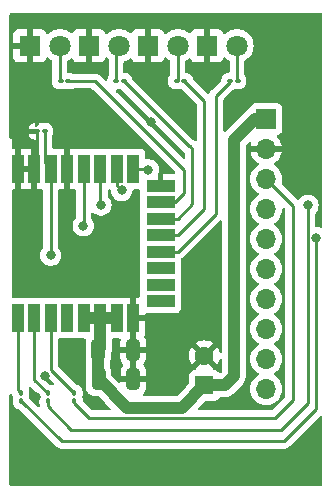
<source format=gbr>
%TF.GenerationSoftware,KiCad,Pcbnew,7.0.10*%
%TF.CreationDate,2024-02-28T22:59:02-05:00*%
%TF.ProjectId,DW1000 BU-01,44573130-3030-4204-9255-2d30312e6b69,rev?*%
%TF.SameCoordinates,Original*%
%TF.FileFunction,Copper,L1,Top*%
%TF.FilePolarity,Positive*%
%FSLAX46Y46*%
G04 Gerber Fmt 4.6, Leading zero omitted, Abs format (unit mm)*
G04 Created by KiCad (PCBNEW 7.0.10) date 2024-02-28 22:59:02*
%MOMM*%
%LPD*%
G01*
G04 APERTURE LIST*
G04 Aperture macros list*
%AMRoundRect*
0 Rectangle with rounded corners*
0 $1 Rounding radius*
0 $2 $3 $4 $5 $6 $7 $8 $9 X,Y pos of 4 corners*
0 Add a 4 corners polygon primitive as box body*
4,1,4,$2,$3,$4,$5,$6,$7,$8,$9,$2,$3,0*
0 Add four circle primitives for the rounded corners*
1,1,$1+$1,$2,$3*
1,1,$1+$1,$4,$5*
1,1,$1+$1,$6,$7*
1,1,$1+$1,$8,$9*
0 Add four rect primitives between the rounded corners*
20,1,$1+$1,$2,$3,$4,$5,0*
20,1,$1+$1,$4,$5,$6,$7,0*
20,1,$1+$1,$6,$7,$8,$9,0*
20,1,$1+$1,$8,$9,$2,$3,0*%
G04 Aperture macros list end*
%TA.AperFunction,SMDPad,CuDef*%
%ADD10RoundRect,0.100000X0.130000X0.100000X-0.130000X0.100000X-0.130000X-0.100000X0.130000X-0.100000X0*%
%TD*%
%TA.AperFunction,ComponentPad*%
%ADD11R,1.800000X1.800000*%
%TD*%
%TA.AperFunction,ComponentPad*%
%ADD12C,1.800000*%
%TD*%
%TA.AperFunction,SMDPad,CuDef*%
%ADD13RoundRect,0.250000X-0.325000X-0.650000X0.325000X-0.650000X0.325000X0.650000X-0.325000X0.650000X0*%
%TD*%
%TA.AperFunction,SMDPad,CuDef*%
%ADD14RoundRect,0.100000X-0.100000X0.130000X-0.100000X-0.130000X0.100000X-0.130000X0.100000X0.130000X0*%
%TD*%
%TA.AperFunction,ComponentPad*%
%ADD15R,1.700000X1.700000*%
%TD*%
%TA.AperFunction,ComponentPad*%
%ADD16O,1.700000X1.700000*%
%TD*%
%TA.AperFunction,ComponentPad*%
%ADD17R,1.600000X1.600000*%
%TD*%
%TA.AperFunction,ComponentPad*%
%ADD18C,1.600000*%
%TD*%
%TA.AperFunction,SMDPad,CuDef*%
%ADD19R,1.000000X2.450000*%
%TD*%
%TA.AperFunction,SMDPad,CuDef*%
%ADD20R,2.450000X1.000000*%
%TD*%
%TA.AperFunction,SMDPad,CuDef*%
%ADD21RoundRect,0.100000X-0.130000X-0.100000X0.130000X-0.100000X0.130000X0.100000X-0.130000X0.100000X0*%
%TD*%
%TA.AperFunction,ViaPad*%
%ADD22C,0.800000*%
%TD*%
%TA.AperFunction,Conductor*%
%ADD23C,1.000000*%
%TD*%
%TA.AperFunction,Conductor*%
%ADD24C,0.250000*%
%TD*%
G04 APERTURE END LIST*
D10*
%TO.P,R5,1*%
%TO.N,Net-(DWM1-IRQ{slash}GPIO8)*%
X2725000Y-10250000D03*
%TO.P,R5,2*%
%TO.N,GND*%
X2085000Y-10250000D03*
%TD*%
D11*
%TO.P,D4,1,K*%
%TO.N,GND*%
X16475000Y-3000000D03*
D12*
%TO.P,D4,2,A*%
%TO.N,Net-(D4-A)*%
X19015000Y-3000000D03*
%TD*%
D13*
%TO.P,C2,1*%
%TO.N,+3.3V*%
X7275000Y-28750000D03*
%TO.P,C2,2*%
%TO.N,GND*%
X10225000Y-28750000D03*
%TD*%
D11*
%TO.P,D3,1,K*%
%TO.N,GND*%
X11475000Y-3000000D03*
D12*
%TO.P,D3,2,A*%
%TO.N,Net-(D3-A)*%
X14015000Y-3000000D03*
%TD*%
D13*
%TO.P,C1,1*%
%TO.N,+3.3V*%
X7300000Y-31250000D03*
%TO.P,C1,2*%
%TO.N,GND*%
X10250000Y-31250000D03*
%TD*%
D14*
%TO.P,R7,1*%
%TO.N,WAKEUP*%
X3000000Y-32430000D03*
%TO.P,R7,2*%
%TO.N,Net-(J1-Pin_4)*%
X3000000Y-33070000D03*
%TD*%
D15*
%TO.P,J1,1,Pin_1*%
%TO.N,+3.3V*%
X21500000Y-9210000D03*
D16*
%TO.P,J1,2,Pin_2*%
%TO.N,GND*%
X21500000Y-11750000D03*
%TO.P,J1,3,Pin_3*%
%TO.N,Net-(J1-Pin_3)*%
X21500000Y-14290000D03*
%TO.P,J1,4,Pin_4*%
%TO.N,Net-(J1-Pin_4)*%
X21500000Y-16830000D03*
%TO.P,J1,5,Pin_5*%
%TO.N,Net-(J1-Pin_5)*%
X21500000Y-19370000D03*
%TO.P,J1,6,Pin_6*%
%TO.N,Net-(DWM1-SPICSn)*%
X21500000Y-21910000D03*
%TO.P,J1,7,Pin_7*%
%TO.N,Net-(DWM1-SPIMOSI)*%
X21500000Y-24450000D03*
%TO.P,J1,8,Pin_8*%
%TO.N,Net-(DWM1-SPIMISO)*%
X21500000Y-26990000D03*
%TO.P,J1,9,Pin_9*%
%TO.N,Net-(DWM1-SPICLK)*%
X21500000Y-29530000D03*
%TO.P,J1,10,Pin_10*%
%TO.N,Net-(DWM1-IRQ{slash}GPIO8)*%
X21500000Y-32070000D03*
%TD*%
D11*
%TO.P,D1,1,K*%
%TO.N,GND*%
X1475000Y-3000000D03*
D12*
%TO.P,D1,2,A*%
%TO.N,Net-(D1-A)*%
X4015000Y-3000000D03*
%TD*%
D10*
%TO.P,R3,1*%
%TO.N,Net-(DWM1-GPIO2{slash}RXLED)*%
X14570000Y-6000000D03*
%TO.P,R3,2*%
%TO.N,Net-(D3-A)*%
X13930000Y-6000000D03*
%TD*%
D17*
%TO.P,C3,1*%
%TO.N,+3.3V*%
X16250000Y-31750000D03*
D18*
%TO.P,C3,2*%
%TO.N,GND*%
X16250000Y-29250000D03*
%TD*%
D19*
%TO.P,DWM1,1,EXTON*%
%TO.N,EXTON*%
X451200Y-26050000D03*
%TO.P,DWM1,2,WAKEUP*%
%TO.N,WAKEUP*%
X1851200Y-26050000D03*
%TO.P,DWM1,3,RSTn*%
%TO.N,RSTn*%
X3251200Y-26050000D03*
%TO.P,DWM1,4,GPIO7*%
%TO.N,unconnected-(DWM1-GPIO7-Pad4)*%
X4651200Y-26050000D03*
%TO.P,DWM1,5,VDDAON*%
%TO.N,+3.3V*%
X6051200Y-26050000D03*
%TO.P,DWM1,6,VDD3V3*%
X7451200Y-26050000D03*
%TO.P,DWM1,7,VDD3V3*%
X8851200Y-26050000D03*
%TO.P,DWM1,8,VSS*%
%TO.N,GND*%
X10251200Y-26050000D03*
D20*
%TO.P,DWM1,9,GPIO6/EXTRXE/SPIHA*%
%TO.N,unconnected-(DWM1-GPIO6{slash}EXTRXE{slash}SPIHA-Pad9)*%
X12546200Y-24650000D03*
%TO.P,DWM1,10,GPIO5/EXTTXE/SPIPOL*%
%TO.N,unconnected-(DWM1-GPIO5{slash}EXTTXE{slash}SPIPOL-Pad10)*%
X12546200Y-23250000D03*
%TO.P,DWM1,11,GPIO4/EXTPA*%
%TO.N,unconnected-(DWM1-GPIO4{slash}EXTPA-Pad11)*%
X12546200Y-21850000D03*
%TO.P,DWM1,12,GPIO3/TXLED*%
%TO.N,Net-(DWM1-GPIO3{slash}TXLED)*%
X12546200Y-20450000D03*
%TO.P,DWM1,13,GPIO2/RXLED*%
%TO.N,Net-(DWM1-GPIO2{slash}RXLED)*%
X12546200Y-19050000D03*
%TO.P,DWM1,14,GPIO1/SFDLED*%
%TO.N,Net-(DWM1-GPIO1{slash}SFDLED)*%
X12546200Y-17650000D03*
%TO.P,DWM1,15,GPIO0/RXOKLED*%
%TO.N,Net-(DWM1-GPIO0{slash}RXOKLED)*%
X12546200Y-16250000D03*
%TO.P,DWM1,16,VSS*%
%TO.N,GND*%
X12546200Y-14850000D03*
D19*
%TO.P,DWM1,17,SPICSn*%
%TO.N,Net-(DWM1-SPICSn)*%
X10250000Y-13450000D03*
%TO.P,DWM1,18,SPIMOSI*%
%TO.N,Net-(DWM1-SPIMOSI)*%
X8850000Y-13450000D03*
%TO.P,DWM1,19,SPIMISO*%
%TO.N,Net-(DWM1-SPIMISO)*%
X7451200Y-13450000D03*
%TO.P,DWM1,20,SPICLK*%
%TO.N,Net-(DWM1-SPICLK)*%
X6051200Y-13450000D03*
%TO.P,DWM1,21,VSS*%
%TO.N,GND*%
X4651200Y-13450000D03*
%TO.P,DWM1,22,IRQ/GPIO8*%
%TO.N,Net-(DWM1-IRQ{slash}GPIO8)*%
X3251200Y-13450000D03*
%TO.P,DWM1,23,VSS*%
%TO.N,GND*%
X1851200Y-13450000D03*
%TO.P,DWM1,24,VSS*%
X451200Y-13450000D03*
%TD*%
D11*
%TO.P,D2,1,K*%
%TO.N,GND*%
X6475000Y-3000000D03*
D12*
%TO.P,D2,2,A*%
%TO.N,Net-(D2-A)*%
X9015000Y-3000000D03*
%TD*%
D10*
%TO.P,R2,1*%
%TO.N,Net-(DWM1-GPIO1{slash}SFDLED)*%
X9415000Y-6000000D03*
%TO.P,R2,2*%
%TO.N,Net-(D2-A)*%
X8775000Y-6000000D03*
%TD*%
D21*
%TO.P,R4,1*%
%TO.N,Net-(DWM1-GPIO3{slash}TXLED)*%
X18430000Y-6000000D03*
%TO.P,R4,2*%
%TO.N,Net-(D4-A)*%
X19070000Y-6000000D03*
%TD*%
D10*
%TO.P,R1,1*%
%TO.N,Net-(DWM1-GPIO0{slash}RXOKLED)*%
X4725000Y-6000000D03*
%TO.P,R1,2*%
%TO.N,Net-(D1-A)*%
X4085000Y-6000000D03*
%TD*%
D14*
%TO.P,R6,1*%
%TO.N,EXTON*%
X750000Y-32430000D03*
%TO.P,R6,2*%
%TO.N,Net-(J1-Pin_5)*%
X750000Y-33070000D03*
%TD*%
%TO.P,R8,1*%
%TO.N,RSTn*%
X5250000Y-32430000D03*
%TO.P,R8,2*%
%TO.N,Net-(J1-Pin_3)*%
X5250000Y-33070000D03*
%TD*%
D22*
%TO.N,GND*%
X2750000Y-31000000D03*
X16250000Y-23000000D03*
X19500000Y-38500000D03*
X16500000Y-20750000D03*
X13000000Y-38500000D03*
X4750000Y-29500000D03*
X2000000Y-32750000D03*
X11750000Y-9500000D03*
X6750000Y-38500000D03*
X17250000Y-19000000D03*
%TO.N,Net-(DWM1-SPICSn)*%
X11500000Y-13500000D03*
%TO.N,Net-(DWM1-SPIMOSI)*%
X9250000Y-15250000D03*
%TO.N,Net-(DWM1-SPIMISO)*%
X7500000Y-16500000D03*
%TO.N,Net-(DWM1-SPICLK)*%
X6000000Y-18250000D03*
%TO.N,Net-(DWM1-IRQ{slash}GPIO8)*%
X3250000Y-20750000D03*
%TO.N,Net-(J1-Pin_4)*%
X25025000Y-16525000D03*
%TO.N,Net-(J1-Pin_5)*%
X25750000Y-19250000D03*
%TD*%
D23*
%TO.N,+3.3V*%
X7275000Y-28750000D02*
X7275000Y-31225000D01*
X14325000Y-33675000D02*
X16250000Y-31750000D01*
X7451200Y-26050000D02*
X7451200Y-28573800D01*
X20540000Y-9210000D02*
X21500000Y-9210000D01*
X16250000Y-31750000D02*
X18000000Y-31750000D01*
X7300000Y-31250000D02*
X9725000Y-33675000D01*
X6051200Y-26050000D02*
X7451200Y-26050000D01*
X7275000Y-31225000D02*
X7300000Y-31250000D01*
X18000000Y-31750000D02*
X18750000Y-31000000D01*
X8851200Y-26050000D02*
X7451200Y-26050000D01*
X18750000Y-11000000D02*
X20540000Y-9210000D01*
X18750000Y-31000000D02*
X18750000Y-11000000D01*
X9725000Y-33675000D02*
X14325000Y-33675000D01*
X7451200Y-28573800D02*
X7275000Y-28750000D01*
D24*
%TO.N,GND*%
X2085000Y-10250000D02*
X2085000Y-13216200D01*
X2085000Y-13216200D02*
X1851200Y-13450000D01*
%TO.N,Net-(D1-A)*%
X4015000Y-3000000D02*
X4015000Y-5930000D01*
X4015000Y-5930000D02*
X4085000Y-6000000D01*
%TO.N,Net-(D2-A)*%
X8775000Y-3240000D02*
X8775000Y-6000000D01*
X9015000Y-3000000D02*
X8775000Y-3240000D01*
%TO.N,Net-(D3-A)*%
X14015000Y-5915000D02*
X13930000Y-6000000D01*
X14015000Y-3000000D02*
X14015000Y-5915000D01*
%TO.N,Net-(D4-A)*%
X19015000Y-5945000D02*
X19070000Y-6000000D01*
X19015000Y-3000000D02*
X19015000Y-5945000D01*
%TO.N,EXTON*%
X451200Y-26050000D02*
X451200Y-32131200D01*
X451200Y-32131200D02*
X750000Y-32430000D01*
%TO.N,WAKEUP*%
X1851200Y-31281200D02*
X3000000Y-32430000D01*
X1851200Y-26050000D02*
X1851200Y-31281200D01*
%TO.N,RSTn*%
X3251200Y-26050000D02*
X3251200Y-30431200D01*
X3251200Y-30431200D02*
X5250000Y-32430000D01*
%TO.N,Net-(DWM1-GPIO3{slash}TXLED)*%
X17250000Y-17221200D02*
X14021200Y-20450000D01*
X18430000Y-6070000D02*
X17250000Y-7250000D01*
X18430000Y-6000000D02*
X18430000Y-6070000D01*
X17250000Y-7250000D02*
X17250000Y-17221200D01*
X14021200Y-20450000D02*
X12546200Y-20450000D01*
%TO.N,Net-(DWM1-GPIO2{slash}RXLED)*%
X16250000Y-7680000D02*
X16250000Y-16821200D01*
X16250000Y-16821200D02*
X14021200Y-19050000D01*
X14570000Y-6000000D02*
X16250000Y-7680000D01*
X14021200Y-19050000D02*
X12546200Y-19050000D01*
%TO.N,Net-(DWM1-GPIO1{slash}SFDLED)*%
X15250000Y-16421200D02*
X14021200Y-17650000D01*
X15035000Y-11535000D02*
X15250000Y-11750000D01*
X9415000Y-6000000D02*
X14950000Y-11535000D01*
X14950000Y-11535000D02*
X15035000Y-11535000D01*
X15250000Y-11750000D02*
X15250000Y-16421200D01*
X14021200Y-17650000D02*
X12546200Y-17650000D01*
%TO.N,Net-(DWM1-GPIO0{slash}RXOKLED)*%
X13750000Y-16250000D02*
X12546200Y-16250000D01*
X4725000Y-6000000D02*
X7000000Y-6000000D01*
X7000000Y-6000000D02*
X14500000Y-13500000D01*
X14500000Y-15500000D02*
X13750000Y-16250000D01*
X14500000Y-13500000D02*
X14500000Y-15500000D01*
%TO.N,Net-(DWM1-SPICSn)*%
X11450000Y-13450000D02*
X11500000Y-13500000D01*
X10250000Y-13450000D02*
X11450000Y-13450000D01*
%TO.N,Net-(DWM1-SPIMOSI)*%
X8850000Y-13450000D02*
X8850000Y-14850000D01*
X8850000Y-14850000D02*
X9250000Y-15250000D01*
%TO.N,Net-(DWM1-SPIMISO)*%
X7451200Y-13450000D02*
X7451200Y-16451200D01*
X7451200Y-16451200D02*
X7500000Y-16500000D01*
%TO.N,Net-(DWM1-SPICLK)*%
X6051200Y-13450000D02*
X6051200Y-18198800D01*
X6051200Y-18198800D02*
X6000000Y-18250000D01*
%TO.N,Net-(DWM1-IRQ{slash}GPIO8)*%
X3251200Y-13450000D02*
X3251200Y-20748800D01*
X2725000Y-12923800D02*
X3251200Y-13450000D01*
X3251200Y-20748800D02*
X3250000Y-20750000D01*
X2725000Y-10250000D02*
X2725000Y-12923800D01*
%TO.N,Net-(J1-Pin_3)*%
X23750000Y-16540000D02*
X21500000Y-14290000D01*
X23750000Y-33000000D02*
X23750000Y-16540000D01*
X5250000Y-33250000D02*
X6500000Y-34500000D01*
X6500000Y-34500000D02*
X22250000Y-34500000D01*
X5250000Y-33070000D02*
X5250000Y-33250000D01*
X22250000Y-34500000D02*
X23750000Y-33000000D01*
%TO.N,Net-(J1-Pin_4)*%
X22750000Y-35500000D02*
X25025000Y-33225000D01*
X25000000Y-16500000D02*
X25025000Y-16525000D01*
X25025000Y-33225000D02*
X25025000Y-16525000D01*
X3000000Y-33070000D02*
X3000000Y-33500000D01*
X5000000Y-35500000D02*
X22750000Y-35500000D01*
X3000000Y-33500000D02*
X5000000Y-35500000D01*
%TO.N,Net-(J1-Pin_5)*%
X4180000Y-36500000D02*
X23000000Y-36500000D01*
X23000000Y-36500000D02*
X25750000Y-33750000D01*
X750000Y-33070000D02*
X4180000Y-36500000D01*
X25750000Y-33750000D02*
X25750000Y-19250000D01*
%TD*%
%TA.AperFunction,Conductor*%
%TO.N,GND*%
G36*
X-44297Y-32520738D02*
G01*
X-37827Y-32526762D01*
X-35188Y-32529401D01*
X-32807Y-32531782D01*
X-20168Y-32546581D01*
X-8394Y-32562787D01*
X6854Y-32575401D01*
X13632Y-32581008D01*
X52740Y-32638907D01*
X57532Y-32660370D01*
X64954Y-32716755D01*
X65261Y-32717900D01*
X65261Y-32719085D01*
X66016Y-32724821D01*
X65261Y-32724920D01*
X65262Y-32775080D01*
X66017Y-32775180D01*
X65262Y-32780907D01*
X65263Y-32782091D01*
X64956Y-32783234D01*
X49500Y-32900638D01*
X49500Y-33239363D01*
X64953Y-33356753D01*
X64956Y-33356762D01*
X124183Y-33499750D01*
X125464Y-33502841D01*
X221718Y-33628282D01*
X347159Y-33724536D01*
X493238Y-33785044D01*
X551945Y-33792772D01*
X615839Y-33821037D01*
X623440Y-33828030D01*
X3679194Y-36883784D01*
X3689019Y-36896048D01*
X3689240Y-36895866D01*
X3694210Y-36901874D01*
X3743239Y-36947915D01*
X3746036Y-36950626D01*
X3765530Y-36970120D01*
X3768695Y-36972575D01*
X3777571Y-36980156D01*
X3809418Y-37010062D01*
X3809422Y-37010064D01*
X3826973Y-37019713D01*
X3843231Y-37030392D01*
X3859064Y-37042674D01*
X3894410Y-37057968D01*
X3899155Y-37060022D01*
X3909635Y-37065155D01*
X3947908Y-37086197D01*
X3967312Y-37091179D01*
X3985710Y-37097478D01*
X4004105Y-37105438D01*
X4047254Y-37112271D01*
X4058680Y-37114638D01*
X4100981Y-37125500D01*
X4121016Y-37125500D01*
X4140413Y-37127026D01*
X4160196Y-37130160D01*
X4203675Y-37126050D01*
X4215344Y-37125500D01*
X22917257Y-37125500D01*
X22932877Y-37127224D01*
X22932904Y-37126939D01*
X22940660Y-37127671D01*
X22940667Y-37127673D01*
X23007873Y-37125561D01*
X23011768Y-37125500D01*
X23039346Y-37125500D01*
X23039350Y-37125500D01*
X23043324Y-37124997D01*
X23054963Y-37124080D01*
X23098627Y-37122709D01*
X23117869Y-37117117D01*
X23136912Y-37113174D01*
X23156792Y-37110664D01*
X23197401Y-37094585D01*
X23208444Y-37090803D01*
X23250390Y-37078618D01*
X23267629Y-37068422D01*
X23285103Y-37059862D01*
X23303727Y-37052488D01*
X23303727Y-37052487D01*
X23303732Y-37052486D01*
X23339083Y-37026800D01*
X23348814Y-37020408D01*
X23386420Y-36998170D01*
X23400589Y-36983999D01*
X23415379Y-36971368D01*
X23431587Y-36959594D01*
X23459438Y-36925926D01*
X23467279Y-36917309D01*
X26037821Y-34346768D01*
X26099142Y-34313285D01*
X26168834Y-34318269D01*
X26224767Y-34360141D01*
X26249184Y-34425605D01*
X26249500Y-34434451D01*
X26249500Y-40125500D01*
X26229815Y-40192539D01*
X26177011Y-40238294D01*
X26125500Y-40249500D01*
X-125500Y-40249500D01*
X-192539Y-40229815D01*
X-238294Y-40177011D01*
X-249500Y-40125500D01*
X-249500Y-32614451D01*
X-229815Y-32547412D01*
X-177011Y-32501657D01*
X-107853Y-32491713D01*
X-44297Y-32520738D01*
G37*
%TD.AperFunction*%
%TA.AperFunction,Conductor*%
G36*
X5394533Y-27750747D02*
G01*
X5443708Y-27769088D01*
X5443711Y-27769089D01*
X5443717Y-27769091D01*
X5503327Y-27775500D01*
X6095178Y-27775499D01*
X6162217Y-27795183D01*
X6207972Y-27847987D01*
X6217916Y-27917146D01*
X6212886Y-27938496D01*
X6211256Y-27943415D01*
X6210000Y-27947205D01*
X6199500Y-28049983D01*
X6199500Y-29450001D01*
X6199501Y-29450018D01*
X6210000Y-29552796D01*
X6210001Y-29552799D01*
X6230788Y-29615529D01*
X6265116Y-29719124D01*
X6267458Y-29726190D01*
X6265631Y-29726795D01*
X6274500Y-29766798D01*
X6274500Y-30307993D01*
X6268206Y-30346997D01*
X6235001Y-30447203D01*
X6235000Y-30447204D01*
X6224500Y-30549983D01*
X6224500Y-31950001D01*
X6224501Y-31950018D01*
X6235000Y-32052796D01*
X6235001Y-32052799D01*
X6277261Y-32180330D01*
X6290186Y-32219334D01*
X6382288Y-32368656D01*
X6506344Y-32492712D01*
X6655666Y-32584814D01*
X6822203Y-32639999D01*
X6924991Y-32650500D01*
X7234216Y-32650499D01*
X7301255Y-32670183D01*
X7321897Y-32686818D01*
X7881448Y-33246369D01*
X8297899Y-33662819D01*
X8331384Y-33724142D01*
X8326400Y-33793833D01*
X8284528Y-33849767D01*
X8219064Y-33874184D01*
X8210218Y-33874500D01*
X6810452Y-33874500D01*
X6743413Y-33854815D01*
X6722771Y-33838181D01*
X5986818Y-33102227D01*
X5953333Y-33040904D01*
X5950499Y-33014546D01*
X5950499Y-32900636D01*
X5935045Y-32783244D01*
X5935044Y-32783242D01*
X5935044Y-32783238D01*
X5935042Y-32783233D01*
X5934738Y-32782096D01*
X5934737Y-32780906D01*
X5933984Y-32775179D01*
X5934737Y-32775079D01*
X5934737Y-32724919D01*
X5933983Y-32724820D01*
X5934737Y-32719092D01*
X5934737Y-32717905D01*
X5935040Y-32716771D01*
X5935044Y-32716762D01*
X5950500Y-32599361D01*
X5950499Y-32260640D01*
X5950499Y-32260636D01*
X5935046Y-32143246D01*
X5935044Y-32143241D01*
X5935044Y-32143238D01*
X5874536Y-31997159D01*
X5778282Y-31871718D01*
X5652841Y-31775464D01*
X5624773Y-31763838D01*
X5610054Y-31757741D01*
X5506762Y-31714956D01*
X5448053Y-31707226D01*
X5384158Y-31678960D01*
X5376559Y-31671969D01*
X3913019Y-30208428D01*
X3879534Y-30147105D01*
X3876700Y-30120747D01*
X3876700Y-27885391D01*
X3896385Y-27818352D01*
X3949189Y-27772597D01*
X4018347Y-27762653D01*
X4041734Y-27768622D01*
X4043713Y-27769089D01*
X4043717Y-27769091D01*
X4103327Y-27775500D01*
X5199072Y-27775499D01*
X5258683Y-27769091D01*
X5307865Y-27750746D01*
X5377555Y-27745761D01*
X5394533Y-27750747D01*
G37*
%TD.AperFunction*%
%TA.AperFunction,Conductor*%
G36*
X20164518Y-11102916D02*
G01*
X20220451Y-11144788D01*
X20244868Y-11210252D01*
X20233567Y-11271500D01*
X20226571Y-11286501D01*
X20226567Y-11286513D01*
X20169364Y-11499999D01*
X20169364Y-11500000D01*
X21066314Y-11500000D01*
X21040507Y-11540156D01*
X21000000Y-11678111D01*
X21000000Y-11821889D01*
X21040507Y-11959844D01*
X21066314Y-12000000D01*
X20169364Y-12000000D01*
X20226567Y-12213486D01*
X20226570Y-12213492D01*
X20326399Y-12427578D01*
X20461894Y-12621082D01*
X20628917Y-12788105D01*
X20814595Y-12918119D01*
X20858219Y-12972696D01*
X20865412Y-13042195D01*
X20833890Y-13104549D01*
X20814595Y-13121269D01*
X20628594Y-13251508D01*
X20461505Y-13418597D01*
X20325965Y-13612169D01*
X20325964Y-13612171D01*
X20226098Y-13826335D01*
X20226094Y-13826344D01*
X20164938Y-14054586D01*
X20164936Y-14054596D01*
X20144341Y-14289999D01*
X20144341Y-14290000D01*
X20164936Y-14525403D01*
X20164938Y-14525413D01*
X20226094Y-14753655D01*
X20226096Y-14753659D01*
X20226097Y-14753663D01*
X20239536Y-14782483D01*
X20325965Y-14967830D01*
X20325967Y-14967834D01*
X20461501Y-15161395D01*
X20461506Y-15161402D01*
X20628597Y-15328493D01*
X20628603Y-15328498D01*
X20814158Y-15458425D01*
X20857783Y-15513002D01*
X20864977Y-15582500D01*
X20833454Y-15644855D01*
X20814158Y-15661575D01*
X20628597Y-15791505D01*
X20461505Y-15958597D01*
X20325965Y-16152169D01*
X20325964Y-16152171D01*
X20226098Y-16366335D01*
X20226094Y-16366344D01*
X20164938Y-16594586D01*
X20164936Y-16594596D01*
X20144341Y-16829999D01*
X20144341Y-16830000D01*
X20164936Y-17065403D01*
X20164938Y-17065413D01*
X20226094Y-17293655D01*
X20226096Y-17293659D01*
X20226097Y-17293663D01*
X20257563Y-17361142D01*
X20325965Y-17507830D01*
X20325967Y-17507834D01*
X20461501Y-17701395D01*
X20461506Y-17701402D01*
X20628597Y-17868493D01*
X20628603Y-17868498D01*
X20814158Y-17998425D01*
X20857783Y-18053002D01*
X20864977Y-18122500D01*
X20833454Y-18184855D01*
X20814158Y-18201575D01*
X20628597Y-18331505D01*
X20461505Y-18498597D01*
X20325965Y-18692169D01*
X20325964Y-18692171D01*
X20226098Y-18906335D01*
X20226094Y-18906344D01*
X20164938Y-19134586D01*
X20164936Y-19134596D01*
X20144341Y-19369999D01*
X20144341Y-19370000D01*
X20164936Y-19605403D01*
X20164938Y-19605413D01*
X20226094Y-19833655D01*
X20226096Y-19833659D01*
X20226097Y-19833663D01*
X20258026Y-19902135D01*
X20325965Y-20047830D01*
X20325967Y-20047834D01*
X20461501Y-20241395D01*
X20461506Y-20241402D01*
X20628597Y-20408493D01*
X20628603Y-20408498D01*
X20814158Y-20538425D01*
X20857783Y-20593002D01*
X20864977Y-20662500D01*
X20833454Y-20724855D01*
X20814158Y-20741575D01*
X20628597Y-20871505D01*
X20461505Y-21038597D01*
X20325965Y-21232169D01*
X20325964Y-21232171D01*
X20226098Y-21446335D01*
X20226094Y-21446344D01*
X20164938Y-21674586D01*
X20164936Y-21674596D01*
X20144341Y-21909999D01*
X20144341Y-21910000D01*
X20164936Y-22145403D01*
X20164938Y-22145413D01*
X20226094Y-22373655D01*
X20226096Y-22373659D01*
X20226097Y-22373663D01*
X20296034Y-22523643D01*
X20325965Y-22587830D01*
X20325967Y-22587834D01*
X20461501Y-22781395D01*
X20461506Y-22781402D01*
X20628597Y-22948493D01*
X20628603Y-22948498D01*
X20814158Y-23078425D01*
X20857783Y-23133002D01*
X20864977Y-23202500D01*
X20833454Y-23264855D01*
X20814158Y-23281575D01*
X20628597Y-23411505D01*
X20461505Y-23578597D01*
X20325965Y-23772169D01*
X20325964Y-23772171D01*
X20226098Y-23986335D01*
X20226094Y-23986344D01*
X20164938Y-24214586D01*
X20164936Y-24214596D01*
X20144341Y-24449999D01*
X20144341Y-24450000D01*
X20164936Y-24685403D01*
X20164938Y-24685413D01*
X20226094Y-24913655D01*
X20226096Y-24913659D01*
X20226097Y-24913663D01*
X20325965Y-25127830D01*
X20325967Y-25127834D01*
X20461501Y-25321395D01*
X20461506Y-25321402D01*
X20628597Y-25488493D01*
X20628603Y-25488498D01*
X20814158Y-25618425D01*
X20857783Y-25673002D01*
X20864977Y-25742500D01*
X20833454Y-25804855D01*
X20814158Y-25821575D01*
X20628597Y-25951505D01*
X20461505Y-26118597D01*
X20325965Y-26312169D01*
X20325964Y-26312171D01*
X20226098Y-26526335D01*
X20226094Y-26526344D01*
X20164938Y-26754586D01*
X20164936Y-26754596D01*
X20144341Y-26989999D01*
X20144341Y-26990000D01*
X20164936Y-27225403D01*
X20164938Y-27225413D01*
X20226094Y-27453655D01*
X20226096Y-27453659D01*
X20226097Y-27453663D01*
X20299719Y-27611546D01*
X20325965Y-27667830D01*
X20325967Y-27667834D01*
X20415139Y-27795184D01*
X20452112Y-27847987D01*
X20461501Y-27861395D01*
X20461506Y-27861402D01*
X20628597Y-28028493D01*
X20628603Y-28028498D01*
X20814158Y-28158425D01*
X20857783Y-28213002D01*
X20864977Y-28282500D01*
X20833454Y-28344855D01*
X20814158Y-28361575D01*
X20628597Y-28491505D01*
X20461505Y-28658597D01*
X20325965Y-28852169D01*
X20325964Y-28852171D01*
X20226098Y-29066335D01*
X20226094Y-29066344D01*
X20164938Y-29294586D01*
X20164936Y-29294596D01*
X20144341Y-29529999D01*
X20144341Y-29530000D01*
X20164936Y-29765403D01*
X20164938Y-29765413D01*
X20226094Y-29993655D01*
X20226096Y-29993659D01*
X20226097Y-29993663D01*
X20309308Y-30172109D01*
X20325965Y-30207830D01*
X20325967Y-30207834D01*
X20461501Y-30401395D01*
X20461506Y-30401402D01*
X20628597Y-30568493D01*
X20628603Y-30568498D01*
X20814158Y-30698425D01*
X20857783Y-30753002D01*
X20864977Y-30822500D01*
X20833454Y-30884855D01*
X20814158Y-30901575D01*
X20628597Y-31031505D01*
X20461505Y-31198597D01*
X20325965Y-31392169D01*
X20325964Y-31392171D01*
X20226098Y-31606335D01*
X20226094Y-31606344D01*
X20164938Y-31834586D01*
X20164936Y-31834596D01*
X20144341Y-32069999D01*
X20144341Y-32070000D01*
X20164936Y-32305403D01*
X20164938Y-32305413D01*
X20226094Y-32533655D01*
X20226096Y-32533659D01*
X20226097Y-32533663D01*
X20312008Y-32717900D01*
X20325965Y-32747830D01*
X20325967Y-32747834D01*
X20362627Y-32800189D01*
X20461505Y-32941401D01*
X20628599Y-33108495D01*
X20725384Y-33176265D01*
X20822165Y-33244032D01*
X20822167Y-33244033D01*
X20822170Y-33244035D01*
X21036337Y-33343903D01*
X21264592Y-33405063D01*
X21452918Y-33421539D01*
X21499999Y-33425659D01*
X21500000Y-33425659D01*
X21500001Y-33425659D01*
X21539234Y-33422226D01*
X21735408Y-33405063D01*
X21963663Y-33343903D01*
X22177830Y-33244035D01*
X22371401Y-33108495D01*
X22538495Y-32941401D01*
X22674035Y-32747830D01*
X22773903Y-32533663D01*
X22835063Y-32305408D01*
X22855659Y-32070000D01*
X22835063Y-31834592D01*
X22775902Y-31613796D01*
X22773905Y-31606344D01*
X22773904Y-31606343D01*
X22773903Y-31606337D01*
X22674035Y-31392171D01*
X22660643Y-31373044D01*
X22538494Y-31198597D01*
X22371402Y-31031506D01*
X22371396Y-31031501D01*
X22185842Y-30901575D01*
X22142217Y-30846998D01*
X22135023Y-30777500D01*
X22166546Y-30715145D01*
X22185842Y-30698425D01*
X22277797Y-30634037D01*
X22371401Y-30568495D01*
X22538495Y-30401401D01*
X22674035Y-30207830D01*
X22773903Y-29993663D01*
X22835063Y-29765408D01*
X22855659Y-29530000D01*
X22835063Y-29294592D01*
X22773903Y-29066337D01*
X22674035Y-28852171D01*
X22649464Y-28817079D01*
X22538494Y-28658597D01*
X22371402Y-28491506D01*
X22371396Y-28491501D01*
X22185842Y-28361575D01*
X22142217Y-28306998D01*
X22135023Y-28237500D01*
X22166546Y-28175145D01*
X22185842Y-28158425D01*
X22240914Y-28119863D01*
X22371401Y-28028495D01*
X22538495Y-27861401D01*
X22674035Y-27667830D01*
X22773903Y-27453663D01*
X22835063Y-27225408D01*
X22855659Y-26990000D01*
X22835063Y-26754592D01*
X22773903Y-26526337D01*
X22674035Y-26312171D01*
X22538495Y-26118599D01*
X22538494Y-26118597D01*
X22371402Y-25951506D01*
X22371396Y-25951501D01*
X22185842Y-25821575D01*
X22142217Y-25766998D01*
X22135023Y-25697500D01*
X22166546Y-25635145D01*
X22185842Y-25618425D01*
X22221020Y-25593793D01*
X22371401Y-25488495D01*
X22538495Y-25321401D01*
X22674035Y-25127830D01*
X22773903Y-24913663D01*
X22835063Y-24685408D01*
X22855659Y-24450000D01*
X22835063Y-24214592D01*
X22773903Y-23986337D01*
X22674035Y-23772171D01*
X22538495Y-23578599D01*
X22538494Y-23578597D01*
X22371402Y-23411506D01*
X22371396Y-23411501D01*
X22185842Y-23281575D01*
X22142217Y-23226998D01*
X22135023Y-23157500D01*
X22166546Y-23095145D01*
X22185842Y-23078425D01*
X22208026Y-23062891D01*
X22371401Y-22948495D01*
X22538495Y-22781401D01*
X22674035Y-22587830D01*
X22773903Y-22373663D01*
X22835063Y-22145408D01*
X22855659Y-21910000D01*
X22835063Y-21674592D01*
X22773903Y-21446337D01*
X22674035Y-21232171D01*
X22646842Y-21193334D01*
X22538494Y-21038597D01*
X22371402Y-20871506D01*
X22371396Y-20871501D01*
X22185842Y-20741575D01*
X22142217Y-20686998D01*
X22135023Y-20617500D01*
X22166546Y-20555145D01*
X22185842Y-20538425D01*
X22208026Y-20522891D01*
X22371401Y-20408495D01*
X22538495Y-20241401D01*
X22674035Y-20047830D01*
X22773903Y-19833663D01*
X22835063Y-19605408D01*
X22855659Y-19370000D01*
X22835063Y-19134592D01*
X22773903Y-18906337D01*
X22674035Y-18692171D01*
X22593471Y-18577112D01*
X22538494Y-18498597D01*
X22371402Y-18331506D01*
X22371396Y-18331501D01*
X22185842Y-18201575D01*
X22142217Y-18146998D01*
X22135023Y-18077500D01*
X22166546Y-18015145D01*
X22185842Y-17998425D01*
X22208026Y-17982891D01*
X22371401Y-17868495D01*
X22538495Y-17701401D01*
X22674035Y-17507830D01*
X22773903Y-17293663D01*
X22835063Y-17065408D01*
X22855659Y-16830000D01*
X22855659Y-16829999D01*
X22855659Y-16829611D01*
X22855707Y-16829445D01*
X22856131Y-16824606D01*
X22857103Y-16824691D01*
X22875344Y-16762572D01*
X22928148Y-16716817D01*
X22997306Y-16706873D01*
X23060862Y-16735898D01*
X23067340Y-16741930D01*
X23088181Y-16762771D01*
X23121666Y-16824094D01*
X23124500Y-16850452D01*
X23124500Y-32689547D01*
X23104815Y-32756586D01*
X23088181Y-32777228D01*
X22027228Y-33838181D01*
X21965905Y-33871666D01*
X21939547Y-33874500D01*
X15839782Y-33874500D01*
X15772743Y-33854815D01*
X15726988Y-33802011D01*
X15717044Y-33732853D01*
X15746069Y-33669297D01*
X15752101Y-33662819D01*
X16058158Y-33356762D01*
X16328101Y-33086817D01*
X16389424Y-33053333D01*
X16415782Y-33050499D01*
X17097871Y-33050499D01*
X17097872Y-33050499D01*
X17157483Y-33044091D01*
X17292331Y-32993796D01*
X17407546Y-32907546D01*
X17487914Y-32800188D01*
X17543847Y-32758318D01*
X17587180Y-32750500D01*
X17985721Y-32750500D01*
X17988863Y-32750540D01*
X18076358Y-32752757D01*
X18076358Y-32752756D01*
X18076363Y-32752757D01*
X18134425Y-32742349D01*
X18143754Y-32741041D01*
X18202438Y-32735074D01*
X18231471Y-32725964D01*
X18246700Y-32722226D01*
X18276653Y-32716858D01*
X18276657Y-32716856D01*
X18276659Y-32716856D01*
X18331423Y-32694980D01*
X18340292Y-32691821D01*
X18396588Y-32674159D01*
X18423200Y-32659387D01*
X18437362Y-32652662D01*
X18465617Y-32641377D01*
X18514879Y-32608909D01*
X18522910Y-32604043D01*
X18574502Y-32575409D01*
X18574509Y-32575402D01*
X18574512Y-32575401D01*
X18597583Y-32555594D01*
X18610125Y-32546137D01*
X18635519Y-32529402D01*
X18677219Y-32487701D01*
X18684131Y-32481295D01*
X18710793Y-32458405D01*
X18728895Y-32442866D01*
X18747524Y-32418798D01*
X18757884Y-32407035D01*
X19447390Y-31717528D01*
X19449559Y-31715413D01*
X19513053Y-31655059D01*
X19546752Y-31606641D01*
X19552428Y-31599113D01*
X19589698Y-31553407D01*
X19603782Y-31526444D01*
X19611919Y-31513013D01*
X19629295Y-31488049D01*
X19652563Y-31433825D01*
X19656582Y-31425361D01*
X19683909Y-31373049D01*
X19692275Y-31343808D01*
X19697544Y-31329009D01*
X19709538Y-31301062D01*
X19709540Y-31301058D01*
X19721421Y-31243238D01*
X19723650Y-31234155D01*
X19739886Y-31177418D01*
X19742196Y-31147080D01*
X19744376Y-31131540D01*
X19750500Y-31101743D01*
X19750500Y-31042754D01*
X19750858Y-31033339D01*
X19751713Y-31022109D01*
X19755337Y-30974524D01*
X19751493Y-30944339D01*
X19750500Y-30928675D01*
X19750500Y-11465782D01*
X19770185Y-11398743D01*
X19786815Y-11378105D01*
X20033504Y-11131416D01*
X20094826Y-11097932D01*
X20164518Y-11102916D01*
G37*
%TD.AperFunction*%
%TA.AperFunction,Conductor*%
G36*
X1549004Y-31882143D02*
G01*
X1597526Y-31912116D01*
X2271969Y-32586559D01*
X2305454Y-32647882D01*
X2307227Y-32658056D01*
X2314955Y-32716764D01*
X2315263Y-32717912D01*
X2315263Y-32719100D01*
X2316016Y-32724820D01*
X2315263Y-32724919D01*
X2315265Y-32775081D01*
X2316017Y-32775180D01*
X2315265Y-32780884D01*
X2315266Y-32782079D01*
X2314956Y-32783234D01*
X2299500Y-32900638D01*
X2299500Y-33239363D01*
X2314954Y-33356758D01*
X2314955Y-33356761D01*
X2354714Y-33452747D01*
X2362183Y-33522217D01*
X2330908Y-33584696D01*
X2270819Y-33620348D01*
X2200994Y-33617854D01*
X2152472Y-33587881D01*
X1478029Y-32913438D01*
X1444544Y-32852115D01*
X1442774Y-32841962D01*
X1435044Y-32783238D01*
X1435041Y-32783233D01*
X1434738Y-32782096D01*
X1434737Y-32780913D01*
X1433983Y-32775177D01*
X1434737Y-32775077D01*
X1434737Y-32724919D01*
X1433983Y-32724820D01*
X1434737Y-32719092D01*
X1434737Y-32717905D01*
X1435040Y-32716771D01*
X1435044Y-32716762D01*
X1450500Y-32599361D01*
X1450499Y-32260640D01*
X1450499Y-32260636D01*
X1435046Y-32143246D01*
X1435044Y-32143241D01*
X1435044Y-32143238D01*
X1395283Y-32047248D01*
X1387815Y-31977781D01*
X1419090Y-31915301D01*
X1479179Y-31879649D01*
X1549004Y-31882143D01*
G37*
%TD.AperFunction*%
%TA.AperFunction,Conductor*%
G36*
X26192539Y-270185D02*
G01*
X26238294Y-322989D01*
X26249500Y-374500D01*
X26249500Y-18295728D01*
X26229815Y-18362767D01*
X26177011Y-18408522D01*
X26107853Y-18418466D01*
X26075064Y-18409007D01*
X26029807Y-18388857D01*
X26029802Y-18388855D01*
X25884001Y-18357865D01*
X25844646Y-18349500D01*
X25774500Y-18349500D01*
X25707461Y-18329815D01*
X25661706Y-18277011D01*
X25650500Y-18225500D01*
X25650500Y-17223687D01*
X25670185Y-17156648D01*
X25682350Y-17140715D01*
X25717087Y-17102135D01*
X25757533Y-17057216D01*
X25852179Y-16893284D01*
X25910674Y-16713256D01*
X25930460Y-16525000D01*
X25910674Y-16336744D01*
X25852179Y-16156716D01*
X25757533Y-15992784D01*
X25630871Y-15852112D01*
X25630870Y-15852111D01*
X25477734Y-15740851D01*
X25477729Y-15740848D01*
X25304807Y-15663857D01*
X25304802Y-15663855D01*
X25159001Y-15632865D01*
X25119646Y-15624500D01*
X24930354Y-15624500D01*
X24897897Y-15631398D01*
X24745197Y-15663855D01*
X24745192Y-15663857D01*
X24572270Y-15740848D01*
X24572265Y-15740851D01*
X24419129Y-15852111D01*
X24292465Y-15992785D01*
X24291496Y-15994120D01*
X24290737Y-15994704D01*
X24288119Y-15997613D01*
X24287586Y-15997133D01*
X24236164Y-16036783D01*
X24166550Y-16042758D01*
X24104757Y-16010149D01*
X24103501Y-16008910D01*
X22840237Y-14745646D01*
X22806752Y-14684323D01*
X22808142Y-14625876D01*
X22835063Y-14525408D01*
X22855659Y-14290000D01*
X22835063Y-14054592D01*
X22773903Y-13826337D01*
X22674035Y-13612171D01*
X22595493Y-13500000D01*
X22538494Y-13418597D01*
X22371402Y-13251506D01*
X22371401Y-13251505D01*
X22185405Y-13121269D01*
X22141781Y-13066692D01*
X22134588Y-12997193D01*
X22166110Y-12934839D01*
X22185405Y-12918119D01*
X22371082Y-12788105D01*
X22538105Y-12621082D01*
X22673600Y-12427578D01*
X22773429Y-12213492D01*
X22773432Y-12213486D01*
X22830636Y-12000000D01*
X21933686Y-12000000D01*
X21959493Y-11959844D01*
X22000000Y-11821889D01*
X22000000Y-11678111D01*
X21959493Y-11540156D01*
X21933686Y-11500000D01*
X22830636Y-11500000D01*
X22830635Y-11499999D01*
X22773432Y-11286513D01*
X22773429Y-11286507D01*
X22673600Y-11072422D01*
X22673599Y-11072420D01*
X22538113Y-10878926D01*
X22538108Y-10878920D01*
X22416053Y-10756865D01*
X22382568Y-10695542D01*
X22387552Y-10625850D01*
X22429424Y-10569917D01*
X22460400Y-10553002D01*
X22584741Y-10506627D01*
X22592326Y-10503798D01*
X22592326Y-10503797D01*
X22592331Y-10503796D01*
X22707546Y-10417546D01*
X22793796Y-10302331D01*
X22844091Y-10167483D01*
X22850500Y-10107873D01*
X22850499Y-8312128D01*
X22844091Y-8252517D01*
X22793796Y-8117669D01*
X22793795Y-8117668D01*
X22793793Y-8117664D01*
X22707547Y-8002455D01*
X22707544Y-8002452D01*
X22592335Y-7916206D01*
X22592328Y-7916202D01*
X22457482Y-7865908D01*
X22457483Y-7865908D01*
X22397883Y-7859501D01*
X22397881Y-7859500D01*
X22397873Y-7859500D01*
X22397864Y-7859500D01*
X20602129Y-7859500D01*
X20602123Y-7859501D01*
X20542516Y-7865908D01*
X20407671Y-7916202D01*
X20407664Y-7916206D01*
X20292455Y-8002452D01*
X20292452Y-8002455D01*
X20206206Y-8117664D01*
X20206202Y-8117671D01*
X20160399Y-8240478D01*
X20118528Y-8296412D01*
X20090220Y-8312296D01*
X20074384Y-8318622D01*
X20074378Y-8318625D01*
X20025122Y-8351086D01*
X20017069Y-8355965D01*
X19965501Y-8384588D01*
X19942413Y-8404408D01*
X19929887Y-8413852D01*
X19904485Y-8430594D01*
X19904478Y-8430600D01*
X19862774Y-8472303D01*
X19855869Y-8478703D01*
X19811102Y-8517136D01*
X19792480Y-8541193D01*
X19782108Y-8552969D01*
X18087181Y-10247897D01*
X18025858Y-10281382D01*
X17956166Y-10276398D01*
X17900233Y-10234526D01*
X17875816Y-10169062D01*
X17875500Y-10160216D01*
X17875500Y-7560452D01*
X17895185Y-7493413D01*
X17911819Y-7472771D01*
X18261572Y-7123018D01*
X18666611Y-6717978D01*
X18727932Y-6684495D01*
X18774965Y-6685615D01*
X18775180Y-6683983D01*
X18783237Y-6685043D01*
X18783238Y-6685044D01*
X18900639Y-6700500D01*
X19239360Y-6700499D01*
X19239363Y-6700499D01*
X19356753Y-6685046D01*
X19356757Y-6685044D01*
X19356762Y-6685044D01*
X19502841Y-6624536D01*
X19628282Y-6528282D01*
X19724536Y-6402841D01*
X19785044Y-6256762D01*
X19800500Y-6139361D01*
X19800499Y-5860640D01*
X19800499Y-5860638D01*
X19800499Y-5860636D01*
X19785046Y-5743246D01*
X19785044Y-5743239D01*
X19785044Y-5743238D01*
X19724536Y-5597159D01*
X19724535Y-5597158D01*
X19724535Y-5597157D01*
X19666124Y-5521034D01*
X19640930Y-5455865D01*
X19640500Y-5445548D01*
X19640500Y-4327814D01*
X19660185Y-4260775D01*
X19705483Y-4218759D01*
X19714200Y-4214041D01*
X19783626Y-4176470D01*
X19802616Y-4161690D01*
X19926739Y-4065081D01*
X19966784Y-4033913D01*
X20123979Y-3863153D01*
X20250924Y-3668849D01*
X20344157Y-3456300D01*
X20401134Y-3231305D01*
X20406524Y-3166260D01*
X20420300Y-3000006D01*
X20420300Y-2999993D01*
X20401135Y-2768702D01*
X20401133Y-2768691D01*
X20344157Y-2543699D01*
X20250924Y-2331151D01*
X20123983Y-2136852D01*
X20123980Y-2136849D01*
X20123979Y-2136847D01*
X19966784Y-1966087D01*
X19966779Y-1966083D01*
X19966777Y-1966081D01*
X19783634Y-1823535D01*
X19783628Y-1823531D01*
X19579504Y-1713064D01*
X19579495Y-1713061D01*
X19359984Y-1637702D01*
X19172404Y-1606401D01*
X19131049Y-1599500D01*
X18898951Y-1599500D01*
X18857596Y-1606401D01*
X18670015Y-1637702D01*
X18450504Y-1713061D01*
X18450495Y-1713064D01*
X18246371Y-1823531D01*
X18246365Y-1823535D01*
X18063222Y-1966081D01*
X18063215Y-1966087D01*
X18054484Y-1975572D01*
X17994595Y-2011561D01*
X17924757Y-2009458D01*
X17867143Y-1969932D01*
X17847075Y-1934918D01*
X17818355Y-1857915D01*
X17818350Y-1857906D01*
X17732190Y-1742812D01*
X17732187Y-1742809D01*
X17617093Y-1656649D01*
X17617086Y-1656645D01*
X17482379Y-1606403D01*
X17482372Y-1606401D01*
X17422844Y-1600000D01*
X16725000Y-1600000D01*
X16725000Y-2625810D01*
X16672453Y-2589984D01*
X16542827Y-2550000D01*
X16441276Y-2550000D01*
X16340862Y-2565135D01*
X16225000Y-2620931D01*
X16225000Y-1600000D01*
X15527155Y-1600000D01*
X15467627Y-1606401D01*
X15467620Y-1606403D01*
X15332913Y-1656645D01*
X15332906Y-1656649D01*
X15217812Y-1742809D01*
X15217809Y-1742812D01*
X15131649Y-1857906D01*
X15131645Y-1857914D01*
X15122318Y-1882920D01*
X15080445Y-1938853D01*
X15014981Y-1963268D01*
X14946708Y-1948415D01*
X14929975Y-1937437D01*
X14783634Y-1823535D01*
X14783628Y-1823531D01*
X14579504Y-1713064D01*
X14579495Y-1713061D01*
X14359984Y-1637702D01*
X14172404Y-1606401D01*
X14131049Y-1599500D01*
X13898951Y-1599500D01*
X13857596Y-1606401D01*
X13670015Y-1637702D01*
X13450504Y-1713061D01*
X13450495Y-1713064D01*
X13246371Y-1823531D01*
X13246365Y-1823535D01*
X13063222Y-1966081D01*
X13063215Y-1966087D01*
X13054484Y-1975572D01*
X12994595Y-2011561D01*
X12924757Y-2009458D01*
X12867143Y-1969932D01*
X12847075Y-1934918D01*
X12818355Y-1857915D01*
X12818350Y-1857906D01*
X12732190Y-1742812D01*
X12732187Y-1742809D01*
X12617093Y-1656649D01*
X12617086Y-1656645D01*
X12482379Y-1606403D01*
X12482372Y-1606401D01*
X12422844Y-1600000D01*
X11725000Y-1600000D01*
X11725000Y-2625810D01*
X11672453Y-2589984D01*
X11542827Y-2550000D01*
X11441276Y-2550000D01*
X11340862Y-2565135D01*
X11225000Y-2620931D01*
X11225000Y-1600000D01*
X10527155Y-1600000D01*
X10467627Y-1606401D01*
X10467620Y-1606403D01*
X10332913Y-1656645D01*
X10332906Y-1656649D01*
X10217812Y-1742809D01*
X10217809Y-1742812D01*
X10131649Y-1857906D01*
X10131645Y-1857914D01*
X10122318Y-1882920D01*
X10080445Y-1938853D01*
X10014981Y-1963268D01*
X9946708Y-1948415D01*
X9929975Y-1937437D01*
X9783634Y-1823535D01*
X9783628Y-1823531D01*
X9579504Y-1713064D01*
X9579495Y-1713061D01*
X9359984Y-1637702D01*
X9172404Y-1606401D01*
X9131049Y-1599500D01*
X8898951Y-1599500D01*
X8857596Y-1606401D01*
X8670015Y-1637702D01*
X8450504Y-1713061D01*
X8450495Y-1713064D01*
X8246371Y-1823531D01*
X8246365Y-1823535D01*
X8063222Y-1966081D01*
X8063215Y-1966087D01*
X8054484Y-1975572D01*
X7994595Y-2011561D01*
X7924757Y-2009458D01*
X7867143Y-1969932D01*
X7847075Y-1934918D01*
X7818355Y-1857915D01*
X7818350Y-1857906D01*
X7732190Y-1742812D01*
X7732187Y-1742809D01*
X7617093Y-1656649D01*
X7617086Y-1656645D01*
X7482379Y-1606403D01*
X7482372Y-1606401D01*
X7422844Y-1600000D01*
X6725000Y-1600000D01*
X6725000Y-2625810D01*
X6672453Y-2589984D01*
X6542827Y-2550000D01*
X6441276Y-2550000D01*
X6340862Y-2565135D01*
X6225000Y-2620931D01*
X6225000Y-1600000D01*
X5527155Y-1600000D01*
X5467627Y-1606401D01*
X5467620Y-1606403D01*
X5332913Y-1656645D01*
X5332906Y-1656649D01*
X5217812Y-1742809D01*
X5217809Y-1742812D01*
X5131649Y-1857906D01*
X5131645Y-1857914D01*
X5122318Y-1882920D01*
X5080445Y-1938853D01*
X5014981Y-1963268D01*
X4946708Y-1948415D01*
X4929975Y-1937437D01*
X4783634Y-1823535D01*
X4783628Y-1823531D01*
X4579504Y-1713064D01*
X4579495Y-1713061D01*
X4359984Y-1637702D01*
X4172404Y-1606401D01*
X4131049Y-1599500D01*
X3898951Y-1599500D01*
X3857596Y-1606401D01*
X3670015Y-1637702D01*
X3450504Y-1713061D01*
X3450495Y-1713064D01*
X3246371Y-1823531D01*
X3246365Y-1823535D01*
X3063222Y-1966081D01*
X3063215Y-1966087D01*
X3054484Y-1975572D01*
X2994595Y-2011561D01*
X2924757Y-2009458D01*
X2867143Y-1969932D01*
X2847075Y-1934918D01*
X2818355Y-1857915D01*
X2818350Y-1857906D01*
X2732190Y-1742812D01*
X2732187Y-1742809D01*
X2617093Y-1656649D01*
X2617086Y-1656645D01*
X2482379Y-1606403D01*
X2482372Y-1606401D01*
X2422844Y-1600000D01*
X1725000Y-1600000D01*
X1725000Y-2625810D01*
X1672453Y-2589984D01*
X1542827Y-2550000D01*
X1441276Y-2550000D01*
X1340862Y-2565135D01*
X1225000Y-2620931D01*
X1225000Y-1600000D01*
X527155Y-1600000D01*
X467627Y-1606401D01*
X467620Y-1606403D01*
X332913Y-1656645D01*
X332906Y-1656649D01*
X217812Y-1742809D01*
X217809Y-1742812D01*
X131649Y-1857906D01*
X131645Y-1857913D01*
X81403Y-1992620D01*
X81401Y-1992627D01*
X75000Y-2052155D01*
X75000Y-2750000D01*
X1099722Y-2750000D01*
X1051375Y-2833740D01*
X1021190Y-2965992D01*
X1031327Y-3101265D01*
X1080887Y-3227541D01*
X1098797Y-3250000D01*
X75000Y-3250000D01*
X75000Y-3947844D01*
X81401Y-4007372D01*
X81403Y-4007379D01*
X131645Y-4142086D01*
X131649Y-4142093D01*
X217809Y-4257187D01*
X217812Y-4257190D01*
X332906Y-4343350D01*
X332913Y-4343354D01*
X467620Y-4393596D01*
X467627Y-4393598D01*
X527155Y-4399999D01*
X527172Y-4400000D01*
X1225000Y-4400000D01*
X1225000Y-3374189D01*
X1277547Y-3410016D01*
X1407173Y-3450000D01*
X1508724Y-3450000D01*
X1609138Y-3434865D01*
X1725000Y-3379068D01*
X1725000Y-4400000D01*
X2422828Y-4400000D01*
X2422844Y-4399999D01*
X2482372Y-4393598D01*
X2482379Y-4393596D01*
X2617086Y-4343354D01*
X2617093Y-4343350D01*
X2732187Y-4257190D01*
X2732190Y-4257187D01*
X2818350Y-4142093D01*
X2818355Y-4142084D01*
X2847075Y-4065081D01*
X2888945Y-4009147D01*
X2954409Y-3984729D01*
X3022682Y-3999580D01*
X3054484Y-4024428D01*
X3063216Y-4033913D01*
X3063219Y-4033915D01*
X3063222Y-4033918D01*
X3246365Y-4176464D01*
X3246376Y-4176471D01*
X3324517Y-4218759D01*
X3374108Y-4267978D01*
X3389500Y-4327814D01*
X3389500Y-5671389D01*
X3380062Y-5718840D01*
X3369956Y-5743238D01*
X3369955Y-5743239D01*
X3354500Y-5860638D01*
X3354500Y-6139363D01*
X3369953Y-6256753D01*
X3369956Y-6256762D01*
X3430464Y-6402841D01*
X3526718Y-6528282D01*
X3652159Y-6624536D01*
X3798238Y-6685044D01*
X3915639Y-6700500D01*
X4254360Y-6700499D01*
X4254363Y-6700499D01*
X4371755Y-6685045D01*
X4371755Y-6685044D01*
X4371762Y-6685044D01*
X4371767Y-6685041D01*
X4372900Y-6684739D01*
X4374085Y-6684738D01*
X4379821Y-6683984D01*
X4379920Y-6684738D01*
X4430080Y-6684737D01*
X4430180Y-6683983D01*
X4435907Y-6684737D01*
X4437091Y-6684737D01*
X4438234Y-6685043D01*
X4438236Y-6685043D01*
X4438238Y-6685044D01*
X4555639Y-6700500D01*
X4894360Y-6700499D01*
X4894363Y-6700499D01*
X5011753Y-6685046D01*
X5011757Y-6685044D01*
X5011762Y-6685044D01*
X5132726Y-6634938D01*
X5180179Y-6625500D01*
X6689548Y-6625500D01*
X6756587Y-6645185D01*
X6777229Y-6661819D01*
X13753729Y-13638319D01*
X13787214Y-13699642D01*
X13782230Y-13769334D01*
X13740358Y-13825267D01*
X13674894Y-13849684D01*
X13666048Y-13850000D01*
X12796200Y-13850000D01*
X12796200Y-14976000D01*
X12776515Y-15043039D01*
X12723711Y-15088794D01*
X12672200Y-15100000D01*
X12420200Y-15100000D01*
X12353161Y-15080315D01*
X12307406Y-15027511D01*
X12296200Y-14976000D01*
X12296200Y-13955166D01*
X12312813Y-13893166D01*
X12327179Y-13868284D01*
X12385674Y-13688256D01*
X12405460Y-13500000D01*
X12385674Y-13311744D01*
X12327179Y-13131716D01*
X12232533Y-12967784D01*
X12105871Y-12827112D01*
X12105870Y-12827111D01*
X11952734Y-12715851D01*
X11952729Y-12715848D01*
X11779807Y-12638857D01*
X11779802Y-12638855D01*
X11634001Y-12607865D01*
X11594646Y-12599500D01*
X11405354Y-12599500D01*
X11400273Y-12600580D01*
X11330606Y-12595259D01*
X11274875Y-12553119D01*
X11250774Y-12487538D01*
X11250499Y-12479288D01*
X11250499Y-12177129D01*
X11250498Y-12177123D01*
X11244091Y-12117516D01*
X11193797Y-11982671D01*
X11193793Y-11982664D01*
X11107547Y-11867455D01*
X11107544Y-11867452D01*
X10992335Y-11781206D01*
X10992328Y-11781202D01*
X10857482Y-11730908D01*
X10857483Y-11730908D01*
X10797883Y-11724501D01*
X10797881Y-11724500D01*
X10797873Y-11724500D01*
X10797864Y-11724500D01*
X9702129Y-11724500D01*
X9702123Y-11724501D01*
X9642516Y-11730908D01*
X9593332Y-11749253D01*
X9523640Y-11754237D01*
X9506667Y-11749253D01*
X9457482Y-11730908D01*
X9457483Y-11730908D01*
X9397883Y-11724501D01*
X9397881Y-11724500D01*
X9397873Y-11724500D01*
X9397864Y-11724500D01*
X8302129Y-11724500D01*
X8302123Y-11724501D01*
X8242520Y-11730908D01*
X8242517Y-11730908D01*
X8242517Y-11730909D01*
X8193930Y-11749030D01*
X8124240Y-11754013D01*
X8107268Y-11749029D01*
X8058685Y-11730909D01*
X8058683Y-11730908D01*
X7999083Y-11724501D01*
X7999081Y-11724500D01*
X7999073Y-11724500D01*
X7999064Y-11724500D01*
X6903329Y-11724500D01*
X6903323Y-11724501D01*
X6843716Y-11730908D01*
X6794532Y-11749253D01*
X6724840Y-11754237D01*
X6707867Y-11749253D01*
X6658682Y-11730908D01*
X6658683Y-11730908D01*
X6599083Y-11724501D01*
X6599081Y-11724500D01*
X6599073Y-11724500D01*
X6599064Y-11724500D01*
X5503329Y-11724500D01*
X5503323Y-11724501D01*
X5443717Y-11730908D01*
X5393816Y-11749520D01*
X5324125Y-11754503D01*
X5307153Y-11749519D01*
X5258583Y-11731403D01*
X5258572Y-11731401D01*
X5199044Y-11725000D01*
X4901200Y-11725000D01*
X4901200Y-15175000D01*
X5199028Y-15175000D01*
X5199044Y-15174999D01*
X5258572Y-15168598D01*
X5266124Y-15166814D01*
X5266427Y-15168100D01*
X5328051Y-15163689D01*
X5389376Y-15197170D01*
X5422865Y-15258491D01*
X5425700Y-15284857D01*
X5425700Y-17494448D01*
X5406015Y-17561487D01*
X5393850Y-17577420D01*
X5267466Y-17717784D01*
X5172821Y-17881715D01*
X5172818Y-17881722D01*
X5129467Y-18015145D01*
X5114326Y-18061744D01*
X5094540Y-18250000D01*
X5114326Y-18438256D01*
X5114327Y-18438259D01*
X5172818Y-18618277D01*
X5172821Y-18618284D01*
X5267467Y-18782216D01*
X5379225Y-18906335D01*
X5394129Y-18922888D01*
X5547265Y-19034148D01*
X5547270Y-19034151D01*
X5720192Y-19111142D01*
X5720197Y-19111144D01*
X5905354Y-19150500D01*
X5905355Y-19150500D01*
X6094644Y-19150500D01*
X6094646Y-19150500D01*
X6279803Y-19111144D01*
X6452730Y-19034151D01*
X6605871Y-18922888D01*
X6732533Y-18782216D01*
X6827179Y-18618284D01*
X6885674Y-18438256D01*
X6905460Y-18250000D01*
X6885674Y-18061744D01*
X6827179Y-17881716D01*
X6732533Y-17717784D01*
X6727616Y-17712323D01*
X6708550Y-17691148D01*
X6678320Y-17628156D01*
X6676700Y-17608176D01*
X6676700Y-17254439D01*
X6696385Y-17187400D01*
X6749189Y-17141645D01*
X6818347Y-17131701D01*
X6881903Y-17160726D01*
X6892846Y-17171463D01*
X6894129Y-17172888D01*
X6958031Y-17219315D01*
X7047265Y-17284148D01*
X7047270Y-17284151D01*
X7220192Y-17361142D01*
X7220197Y-17361144D01*
X7405354Y-17400500D01*
X7405355Y-17400500D01*
X7594644Y-17400500D01*
X7594646Y-17400500D01*
X7779803Y-17361144D01*
X7952730Y-17284151D01*
X8105871Y-17172888D01*
X8232533Y-17032216D01*
X8327179Y-16868284D01*
X8385674Y-16688256D01*
X8405460Y-16500000D01*
X8385674Y-16311744D01*
X8327179Y-16131716D01*
X8232533Y-15967784D01*
X8108550Y-15830087D01*
X8078320Y-15767096D01*
X8076700Y-15747115D01*
X8076700Y-15285838D01*
X8096385Y-15218799D01*
X8149189Y-15173044D01*
X8218347Y-15163100D01*
X8234953Y-15167340D01*
X8234962Y-15167306D01*
X8250060Y-15170873D01*
X8249439Y-15173500D01*
X8302031Y-15195266D01*
X8341897Y-15252647D01*
X8347575Y-15278879D01*
X8348380Y-15286538D01*
X8364326Y-15438256D01*
X8364327Y-15438259D01*
X8422818Y-15618277D01*
X8422821Y-15618284D01*
X8517467Y-15782216D01*
X8580401Y-15852111D01*
X8644129Y-15922888D01*
X8797265Y-16034148D01*
X8797270Y-16034151D01*
X8970192Y-16111142D01*
X8970197Y-16111144D01*
X9155354Y-16150500D01*
X9155355Y-16150500D01*
X9344644Y-16150500D01*
X9344646Y-16150500D01*
X9529803Y-16111144D01*
X9702730Y-16034151D01*
X9855871Y-15922888D01*
X9982533Y-15782216D01*
X10077179Y-15618284D01*
X10135674Y-15438256D01*
X10151620Y-15286535D01*
X10178203Y-15221923D01*
X10235501Y-15181938D01*
X10274940Y-15175499D01*
X10697200Y-15175499D01*
X10764239Y-15195184D01*
X10809994Y-15247988D01*
X10821200Y-15299499D01*
X10821200Y-15397844D01*
X10827601Y-15457372D01*
X10827603Y-15457383D01*
X10845719Y-15505953D01*
X10850703Y-15575644D01*
X10845720Y-15592616D01*
X10827108Y-15642517D01*
X10820701Y-15702116D01*
X10820700Y-15702135D01*
X10820700Y-16797870D01*
X10820701Y-16797876D01*
X10827108Y-16857482D01*
X10845453Y-16906666D01*
X10850437Y-16976358D01*
X10845453Y-16993331D01*
X10827109Y-17042514D01*
X10827108Y-17042516D01*
X10820701Y-17102116D01*
X10820700Y-17102135D01*
X10820700Y-18197870D01*
X10820701Y-18197876D01*
X10827108Y-18257482D01*
X10845453Y-18306666D01*
X10850437Y-18376358D01*
X10845453Y-18393331D01*
X10827109Y-18442514D01*
X10827108Y-18442516D01*
X10820701Y-18502116D01*
X10820700Y-18502135D01*
X10820700Y-19597870D01*
X10820701Y-19597876D01*
X10827108Y-19657482D01*
X10845453Y-19706666D01*
X10850437Y-19776358D01*
X10845453Y-19793331D01*
X10827109Y-19842514D01*
X10827108Y-19842516D01*
X10820701Y-19902116D01*
X10820700Y-19902135D01*
X10820700Y-20997870D01*
X10820701Y-20997876D01*
X10827108Y-21057482D01*
X10845453Y-21106666D01*
X10850437Y-21176358D01*
X10845453Y-21193331D01*
X10827109Y-21242514D01*
X10827108Y-21242516D01*
X10820701Y-21302116D01*
X10820701Y-21302123D01*
X10820700Y-21302135D01*
X10820700Y-22397870D01*
X10820701Y-22397876D01*
X10827108Y-22457482D01*
X10840204Y-22492593D01*
X10845452Y-22506665D01*
X10845453Y-22506666D01*
X10850437Y-22576358D01*
X10845453Y-22593331D01*
X10827109Y-22642514D01*
X10827108Y-22642516D01*
X10820701Y-22702116D01*
X10820701Y-22702123D01*
X10820700Y-22702135D01*
X10820700Y-23797870D01*
X10820701Y-23797876D01*
X10827108Y-23857482D01*
X10840204Y-23892593D01*
X10845452Y-23906665D01*
X10845453Y-23906666D01*
X10850437Y-23976358D01*
X10845453Y-23993331D01*
X10827109Y-24042514D01*
X10827108Y-24042516D01*
X10820701Y-24102116D01*
X10820701Y-24102123D01*
X10820700Y-24102135D01*
X10820700Y-24201000D01*
X10801015Y-24268039D01*
X10748211Y-24313794D01*
X10696700Y-24325000D01*
X10501200Y-24325000D01*
X10501200Y-25800000D01*
X11251200Y-25800000D01*
X11251200Y-25774499D01*
X11270885Y-25707460D01*
X11323689Y-25661705D01*
X11375195Y-25650499D01*
X13819072Y-25650499D01*
X13878683Y-25644091D01*
X14013531Y-25593796D01*
X14128746Y-25507546D01*
X14214996Y-25392331D01*
X14265291Y-25257483D01*
X14271700Y-25197873D01*
X14271699Y-24102128D01*
X14265291Y-24042517D01*
X14246947Y-23993334D01*
X14241962Y-23923643D01*
X14246947Y-23906665D01*
X14265289Y-23857488D01*
X14265291Y-23857483D01*
X14271700Y-23797873D01*
X14271699Y-22702128D01*
X14265291Y-22642517D01*
X14246947Y-22593334D01*
X14241962Y-22523643D01*
X14246947Y-22506665D01*
X14265289Y-22457488D01*
X14265291Y-22457483D01*
X14271700Y-22397873D01*
X14271699Y-21302128D01*
X14265291Y-21242517D01*
X14261432Y-21232171D01*
X14246947Y-21193334D01*
X14241962Y-21123643D01*
X14246946Y-21106667D01*
X14259756Y-21072322D01*
X14301626Y-21016390D01*
X14318487Y-21006966D01*
X14318092Y-21006247D01*
X14324926Y-21002489D01*
X14324927Y-21002487D01*
X14324932Y-21002486D01*
X14360283Y-20976800D01*
X14370014Y-20970408D01*
X14407620Y-20948170D01*
X14421789Y-20933999D01*
X14436579Y-20921368D01*
X14452787Y-20909594D01*
X14480638Y-20875926D01*
X14488479Y-20867309D01*
X17537819Y-17817970D01*
X17599142Y-17784485D01*
X17668834Y-17789469D01*
X17724767Y-17831341D01*
X17749184Y-17896805D01*
X17749500Y-17905651D01*
X17749500Y-28881519D01*
X17729815Y-28948558D01*
X17677011Y-28994313D01*
X17607853Y-29004257D01*
X17544297Y-28975232D01*
X17506523Y-28916454D01*
X17505725Y-28913613D01*
X17476268Y-28803679D01*
X17476264Y-28803668D01*
X17380136Y-28597521D01*
X17380132Y-28597513D01*
X17329025Y-28524526D01*
X16647953Y-29205598D01*
X16635165Y-29124852D01*
X16577641Y-29011955D01*
X16488045Y-28922359D01*
X16375148Y-28864835D01*
X16294401Y-28852046D01*
X16975472Y-28170974D01*
X16902478Y-28119863D01*
X16696331Y-28023735D01*
X16696317Y-28023730D01*
X16476610Y-27964860D01*
X16476599Y-27964858D01*
X16250002Y-27945034D01*
X16249998Y-27945034D01*
X16023400Y-27964858D01*
X16023389Y-27964860D01*
X15803682Y-28023730D01*
X15803673Y-28023734D01*
X15597516Y-28119866D01*
X15597512Y-28119868D01*
X15524526Y-28170973D01*
X15524526Y-28170974D01*
X16205599Y-28852046D01*
X16124852Y-28864835D01*
X16011955Y-28922359D01*
X15922359Y-29011955D01*
X15864835Y-29124852D01*
X15852046Y-29205598D01*
X15170974Y-28524526D01*
X15170973Y-28524526D01*
X15119868Y-28597512D01*
X15119866Y-28597516D01*
X15023734Y-28803673D01*
X15023730Y-28803682D01*
X14964860Y-29023389D01*
X14964858Y-29023400D01*
X14945034Y-29249997D01*
X14945034Y-29250002D01*
X14964858Y-29476599D01*
X14964860Y-29476610D01*
X15023730Y-29696317D01*
X15023735Y-29696331D01*
X15119863Y-29902478D01*
X15170974Y-29975472D01*
X15852046Y-29294400D01*
X15864835Y-29375148D01*
X15922359Y-29488045D01*
X16011955Y-29577641D01*
X16124852Y-29635165D01*
X16205599Y-29647953D01*
X15519352Y-30334199D01*
X15509506Y-30383194D01*
X15460890Y-30433377D01*
X15405367Y-30448049D01*
X15405423Y-30449099D01*
X15405429Y-30449146D01*
X15405426Y-30449146D01*
X15405436Y-30449324D01*
X15402123Y-30449501D01*
X15342516Y-30455908D01*
X15207671Y-30506202D01*
X15207664Y-30506206D01*
X15092455Y-30592452D01*
X15092452Y-30592455D01*
X15006206Y-30707664D01*
X15006202Y-30707671D01*
X14955908Y-30842517D01*
X14949501Y-30902116D01*
X14949500Y-30902135D01*
X14949500Y-31584216D01*
X14929815Y-31651255D01*
X14913181Y-31671897D01*
X14669778Y-31915301D01*
X14172489Y-32412591D01*
X13946899Y-32638181D01*
X13885576Y-32671666D01*
X13859218Y-32674500D01*
X11160523Y-32674500D01*
X11093484Y-32654815D01*
X11047729Y-32602011D01*
X11037785Y-32532853D01*
X11066810Y-32469297D01*
X11072842Y-32462819D01*
X11167315Y-32368345D01*
X11259356Y-32219124D01*
X11259358Y-32219119D01*
X11314505Y-32052697D01*
X11314506Y-32052690D01*
X11324999Y-31949986D01*
X11325000Y-31949973D01*
X11325000Y-31500000D01*
X9175000Y-31500000D01*
X9157640Y-31517360D01*
X9096317Y-31550844D01*
X9026625Y-31545859D01*
X8982279Y-31517359D01*
X8411818Y-30946898D01*
X8378333Y-30885575D01*
X8375499Y-30859217D01*
X8375499Y-30549998D01*
X8375498Y-30549981D01*
X8364999Y-30447203D01*
X8364998Y-30447200D01*
X8362948Y-30441014D01*
X8309814Y-30280666D01*
X8306820Y-30275812D01*
X8293960Y-30254961D01*
X8275500Y-30189867D01*
X8275500Y-29766798D01*
X8284368Y-29726795D01*
X8282542Y-29726190D01*
X8284814Y-29719334D01*
X8339999Y-29552797D01*
X8350500Y-29450009D01*
X8350499Y-29043539D01*
X8361186Y-29000000D01*
X9150001Y-29000000D01*
X9150001Y-29449986D01*
X9160494Y-29552697D01*
X9215641Y-29719119D01*
X9215643Y-29719124D01*
X9307684Y-29868345D01*
X9364157Y-29924818D01*
X9397642Y-29986141D01*
X9392658Y-30055833D01*
X9364160Y-30100178D01*
X9332683Y-30131656D01*
X9240643Y-30280875D01*
X9240641Y-30280880D01*
X9185494Y-30447302D01*
X9185493Y-30447309D01*
X9175000Y-30550013D01*
X9175000Y-31000000D01*
X10000000Y-31000000D01*
X10000000Y-30183589D01*
X9977834Y-30142996D01*
X9975000Y-30116638D01*
X9975000Y-29000000D01*
X10475000Y-29000000D01*
X10475000Y-29816410D01*
X10497166Y-29857004D01*
X10500000Y-29883362D01*
X10500000Y-31000000D01*
X11324999Y-31000000D01*
X11324999Y-30550028D01*
X11324998Y-30550013D01*
X11314505Y-30447302D01*
X11259358Y-30280880D01*
X11259356Y-30280875D01*
X11167315Y-30131654D01*
X11110842Y-30075181D01*
X11077357Y-30013858D01*
X11082341Y-29944166D01*
X11110843Y-29899818D01*
X11142314Y-29868347D01*
X11234356Y-29719124D01*
X11234358Y-29719119D01*
X11289505Y-29552697D01*
X11289506Y-29552690D01*
X11299999Y-29449986D01*
X11300000Y-29449973D01*
X11300000Y-29000000D01*
X10475000Y-29000000D01*
X9975000Y-29000000D01*
X9150001Y-29000000D01*
X8361186Y-29000000D01*
X8364591Y-28986127D01*
X8385109Y-28946849D01*
X8393475Y-28917608D01*
X8398744Y-28902809D01*
X8410740Y-28874858D01*
X8422621Y-28817038D01*
X8424850Y-28807955D01*
X8441086Y-28751218D01*
X8443396Y-28720880D01*
X8445576Y-28705340D01*
X8451700Y-28675543D01*
X8451700Y-28616554D01*
X8452058Y-28607139D01*
X8452791Y-28597512D01*
X8456537Y-28548324D01*
X8452693Y-28518139D01*
X8451700Y-28502475D01*
X8451700Y-27899499D01*
X8471385Y-27832460D01*
X8524189Y-27786705D01*
X8575700Y-27775499D01*
X9045705Y-27775499D01*
X9112744Y-27795184D01*
X9158499Y-27847988D01*
X9168443Y-27917146D01*
X9163410Y-27938505D01*
X9160495Y-27947300D01*
X9160493Y-27947309D01*
X9150000Y-28050013D01*
X9150000Y-28500000D01*
X9975000Y-28500000D01*
X10475000Y-28500000D01*
X11299999Y-28500000D01*
X11299999Y-28050028D01*
X11299998Y-28050013D01*
X11289505Y-27947302D01*
X11234358Y-27780880D01*
X11234353Y-27780869D01*
X11171481Y-27678938D01*
X11153040Y-27611546D01*
X11173962Y-27544882D01*
X11177753Y-27539529D01*
X11194551Y-27517089D01*
X11194552Y-27517088D01*
X11244797Y-27382376D01*
X11244798Y-27382372D01*
X11251199Y-27322844D01*
X11251200Y-27322827D01*
X11251200Y-26300000D01*
X10501200Y-26300000D01*
X10501200Y-27740438D01*
X10481515Y-27807477D01*
X10475000Y-27815561D01*
X10475000Y-28500000D01*
X9975000Y-28500000D01*
X9975000Y-27384562D01*
X9994685Y-27317523D01*
X10001200Y-27309438D01*
X10001200Y-24325000D01*
X9703355Y-24325000D01*
X9643827Y-24331401D01*
X9643823Y-24331402D01*
X9595246Y-24349520D01*
X9525554Y-24354503D01*
X9508582Y-24349519D01*
X9458685Y-24330909D01*
X9458683Y-24330908D01*
X9399083Y-24324501D01*
X9399081Y-24324500D01*
X9399073Y-24324500D01*
X9399064Y-24324500D01*
X8303329Y-24324500D01*
X8303323Y-24324501D01*
X8243716Y-24330908D01*
X8194532Y-24349253D01*
X8124840Y-24354237D01*
X8107867Y-24349253D01*
X8058682Y-24330908D01*
X8058683Y-24330908D01*
X7999083Y-24324501D01*
X7999081Y-24324500D01*
X7999073Y-24324500D01*
X7999064Y-24324500D01*
X6903329Y-24324500D01*
X6903323Y-24324501D01*
X6843716Y-24330908D01*
X6794532Y-24349253D01*
X6724840Y-24354237D01*
X6707867Y-24349253D01*
X6658682Y-24330908D01*
X6658683Y-24330908D01*
X6599083Y-24324501D01*
X6599081Y-24324500D01*
X6599073Y-24324500D01*
X6599064Y-24324500D01*
X5503329Y-24324500D01*
X5503323Y-24324501D01*
X5443716Y-24330908D01*
X5394532Y-24349253D01*
X5324840Y-24354237D01*
X5307867Y-24349253D01*
X5258682Y-24330908D01*
X5258683Y-24330908D01*
X5199083Y-24324501D01*
X5199081Y-24324500D01*
X5199073Y-24324500D01*
X5199064Y-24324500D01*
X4103329Y-24324500D01*
X4103323Y-24324501D01*
X4043716Y-24330908D01*
X3994532Y-24349253D01*
X3924840Y-24354237D01*
X3907867Y-24349253D01*
X3858682Y-24330908D01*
X3858683Y-24330908D01*
X3799083Y-24324501D01*
X3799081Y-24324500D01*
X3799073Y-24324500D01*
X3799064Y-24324500D01*
X2703329Y-24324500D01*
X2703323Y-24324501D01*
X2643716Y-24330908D01*
X2594532Y-24349253D01*
X2524840Y-24354237D01*
X2507867Y-24349253D01*
X2458682Y-24330908D01*
X2458683Y-24330908D01*
X2399083Y-24324501D01*
X2399081Y-24324500D01*
X2399073Y-24324500D01*
X2399064Y-24324500D01*
X1303329Y-24324500D01*
X1303323Y-24324501D01*
X1243716Y-24330908D01*
X1194532Y-24349253D01*
X1124840Y-24354237D01*
X1107867Y-24349253D01*
X1058682Y-24330908D01*
X1058683Y-24330908D01*
X999083Y-24324501D01*
X999081Y-24324500D01*
X999073Y-24324500D01*
X999065Y-24324500D01*
X54000Y-24324500D01*
X-13039Y-24304815D01*
X-58794Y-24252011D01*
X-70000Y-24200500D01*
X-70000Y-15299000D01*
X-50315Y-15231961D01*
X2489Y-15186206D01*
X54000Y-15175000D01*
X201200Y-15175000D01*
X201200Y-13700000D01*
X701200Y-13700000D01*
X701200Y-15175000D01*
X999028Y-15175000D01*
X999044Y-15174999D01*
X1058577Y-15168597D01*
X1058578Y-15168597D01*
X1107865Y-15150214D01*
X1177556Y-15145228D01*
X1194535Y-15150214D01*
X1243821Y-15168597D01*
X1303355Y-15174999D01*
X1303372Y-15175000D01*
X1601200Y-15175000D01*
X1601200Y-13700000D01*
X701200Y-13700000D01*
X201200Y-13700000D01*
X201200Y-11725000D01*
X701200Y-11725000D01*
X701200Y-13200000D01*
X1601200Y-13200000D01*
X1601200Y-11725000D01*
X1303355Y-11725000D01*
X1243827Y-11731401D01*
X1243819Y-11731403D01*
X1194533Y-11749786D01*
X1124841Y-11754770D01*
X1107867Y-11749786D01*
X1058580Y-11731403D01*
X1058572Y-11731401D01*
X999044Y-11725000D01*
X701200Y-11725000D01*
X201200Y-11725000D01*
X54000Y-11725000D01*
X-13039Y-11705315D01*
X-58794Y-11652511D01*
X-70000Y-11601000D01*
X-70000Y-10860000D01*
X-125500Y-10860000D01*
X-192539Y-10840315D01*
X-238294Y-10787511D01*
X-249500Y-10736000D01*
X-249500Y-10050000D01*
X1362987Y-10050000D01*
X1870500Y-10050000D01*
X1937539Y-10069685D01*
X1983294Y-10122489D01*
X1994500Y-10173999D01*
X1994501Y-10325999D01*
X1974817Y-10393039D01*
X1922013Y-10438794D01*
X1870501Y-10450000D01*
X1362990Y-10450000D01*
X1362988Y-10450001D01*
X1370442Y-10506627D01*
X1370444Y-10506633D01*
X1430899Y-10652585D01*
X1527075Y-10777924D01*
X1652413Y-10874100D01*
X1798365Y-10934554D01*
X1798369Y-10934555D01*
X1915675Y-10949999D01*
X1975498Y-10949999D01*
X2042538Y-10969683D01*
X2088294Y-11022486D01*
X2099500Y-11073999D01*
X2099500Y-12841055D01*
X2097775Y-12856672D01*
X2098061Y-12856699D01*
X2097326Y-12864465D01*
X2099439Y-12931672D01*
X2099500Y-12935567D01*
X2099500Y-12963143D01*
X2099501Y-12963162D01*
X2100003Y-12967138D01*
X2100917Y-12978758D01*
X2101138Y-12985769D01*
X2101200Y-12989676D01*
X2101200Y-15175000D01*
X2399028Y-15175000D01*
X2399044Y-15174999D01*
X2458572Y-15168598D01*
X2466124Y-15166814D01*
X2466427Y-15168100D01*
X2528051Y-15163689D01*
X2589376Y-15197170D01*
X2622865Y-15258491D01*
X2625700Y-15284857D01*
X2625700Y-20049980D01*
X2606015Y-20117019D01*
X2593850Y-20132952D01*
X2517466Y-20217785D01*
X2422821Y-20381715D01*
X2422818Y-20381722D01*
X2370080Y-20544035D01*
X2364326Y-20561744D01*
X2344540Y-20750000D01*
X2364326Y-20938256D01*
X2364327Y-20938259D01*
X2422818Y-21118277D01*
X2422821Y-21118284D01*
X2517467Y-21282216D01*
X2644129Y-21422888D01*
X2797265Y-21534148D01*
X2797270Y-21534151D01*
X2970192Y-21611142D01*
X2970197Y-21611144D01*
X3155354Y-21650500D01*
X3155355Y-21650500D01*
X3344644Y-21650500D01*
X3344646Y-21650500D01*
X3529803Y-21611144D01*
X3702730Y-21534151D01*
X3855871Y-21422888D01*
X3982533Y-21282216D01*
X4077179Y-21118284D01*
X4135674Y-20938256D01*
X4155460Y-20750000D01*
X4135674Y-20561744D01*
X4077179Y-20381716D01*
X3982533Y-20217784D01*
X3908550Y-20135617D01*
X3878320Y-20072625D01*
X3876700Y-20052645D01*
X3876700Y-15284857D01*
X3896385Y-15217818D01*
X3949189Y-15172063D01*
X4018347Y-15162119D01*
X4042513Y-15168287D01*
X4043827Y-15168598D01*
X4103355Y-15174999D01*
X4103372Y-15175000D01*
X4401200Y-15175000D01*
X4401200Y-11725000D01*
X4103355Y-11725000D01*
X4043827Y-11731401D01*
X4043823Y-11731402D01*
X3995246Y-11749520D01*
X3925554Y-11754503D01*
X3908582Y-11749519D01*
X3858685Y-11730909D01*
X3858683Y-11730908D01*
X3799083Y-11724501D01*
X3799081Y-11724500D01*
X3799073Y-11724500D01*
X3799065Y-11724500D01*
X3474500Y-11724500D01*
X3407461Y-11704815D01*
X3361706Y-11652011D01*
X3350500Y-11600500D01*
X3350500Y-10732773D01*
X3370185Y-10665734D01*
X3376118Y-10657295D01*
X3379536Y-10652841D01*
X3440044Y-10506762D01*
X3455500Y-10389361D01*
X3455499Y-10110640D01*
X3455499Y-10110639D01*
X3455499Y-10110636D01*
X3440046Y-9993246D01*
X3440044Y-9993241D01*
X3440044Y-9993238D01*
X3379536Y-9847159D01*
X3283282Y-9721718D01*
X3157841Y-9625464D01*
X3011762Y-9564956D01*
X3011760Y-9564955D01*
X2894361Y-9549500D01*
X2555637Y-9549500D01*
X2438236Y-9564955D01*
X2436111Y-9565525D01*
X2433910Y-9565525D01*
X2430181Y-9566016D01*
X2430116Y-9565525D01*
X2379815Y-9565525D01*
X2379687Y-9566505D01*
X2372251Y-9565525D01*
X2371937Y-9565526D01*
X2371633Y-9565444D01*
X2285000Y-9554038D01*
X2285000Y-9569807D01*
X2265315Y-9636846D01*
X2236488Y-9668181D01*
X2166718Y-9721718D01*
X2107374Y-9799056D01*
X2050948Y-9840257D01*
X1981202Y-9844412D01*
X1920281Y-9810199D01*
X1887529Y-9748482D01*
X1885000Y-9723568D01*
X1885000Y-9554038D01*
X1798369Y-9565444D01*
X1798365Y-9565445D01*
X1652413Y-9625899D01*
X1527075Y-9722075D01*
X1430899Y-9847413D01*
X1370444Y-9993368D01*
X1362987Y-10050000D01*
X-249500Y-10050000D01*
X-249500Y-374500D01*
X-229815Y-307461D01*
X-177011Y-261706D01*
X-125500Y-250500D01*
X26125500Y-250500D01*
X26192539Y-270185D01*
G37*
%TD.AperFunction*%
%TA.AperFunction,Conductor*%
G36*
X2681903Y-30717275D02*
G01*
X2701016Y-30738101D01*
X2709298Y-30749500D01*
X2724381Y-30770260D01*
X2730793Y-30780021D01*
X2753028Y-30817617D01*
X2753033Y-30817624D01*
X2767190Y-30831780D01*
X2779828Y-30846576D01*
X2791605Y-30862786D01*
X2791606Y-30862787D01*
X2825257Y-30890625D01*
X2833898Y-30898488D01*
X3487882Y-31552473D01*
X3521367Y-31613796D01*
X3516383Y-31683488D01*
X3474511Y-31739421D01*
X3409047Y-31763838D01*
X3352748Y-31754715D01*
X3256762Y-31714956D01*
X3198053Y-31707226D01*
X3134158Y-31678960D01*
X3126559Y-31671969D01*
X2513019Y-31058428D01*
X2479534Y-30997105D01*
X2476700Y-30970747D01*
X2476700Y-30810988D01*
X2496385Y-30743949D01*
X2549189Y-30698194D01*
X2618347Y-30688250D01*
X2681903Y-30717275D01*
G37*
%TD.AperFunction*%
%TA.AperFunction,Conductor*%
G36*
X17329024Y-29975471D02*
G01*
X17380136Y-29902478D01*
X17476264Y-29696331D01*
X17476269Y-29696317D01*
X17505725Y-29586387D01*
X17542090Y-29526726D01*
X17604937Y-29496197D01*
X17674312Y-29504492D01*
X17728190Y-29548977D01*
X17749465Y-29615529D01*
X17749500Y-29618480D01*
X17749500Y-30534216D01*
X17729815Y-30601255D01*
X17713181Y-30621898D01*
X17652186Y-30682892D01*
X17590862Y-30716376D01*
X17521170Y-30711391D01*
X17465239Y-30669521D01*
X17407547Y-30592455D01*
X17407544Y-30592452D01*
X17292335Y-30506206D01*
X17292328Y-30506202D01*
X17157482Y-30455908D01*
X17157483Y-30455908D01*
X17097883Y-30449501D01*
X17097881Y-30449500D01*
X17097873Y-30449500D01*
X17097864Y-30449500D01*
X17094548Y-30449322D01*
X17094627Y-30447847D01*
X17033215Y-30429815D01*
X16987460Y-30377011D01*
X16979969Y-30333522D01*
X16294400Y-29647953D01*
X16375148Y-29635165D01*
X16488045Y-29577641D01*
X16577641Y-29488045D01*
X16635165Y-29375148D01*
X16647953Y-29294400D01*
X17329024Y-29975471D01*
G37*
%TD.AperFunction*%
%TA.AperFunction,Conductor*%
G36*
X9125906Y-6684737D02*
G01*
X9127091Y-6684737D01*
X9128235Y-6685043D01*
X9128238Y-6685044D01*
X9186943Y-6692772D01*
X9250840Y-6721038D01*
X9258440Y-6728030D01*
X14449197Y-11918788D01*
X14459022Y-11931051D01*
X14459243Y-11930869D01*
X14464211Y-11936874D01*
X14513222Y-11982899D01*
X14516021Y-11985612D01*
X14535522Y-12005114D01*
X14535526Y-12005117D01*
X14535529Y-12005120D01*
X14538702Y-12007581D01*
X14547579Y-12015163D01*
X14585106Y-12050403D01*
X14582757Y-12052904D01*
X14615947Y-12095741D01*
X14624500Y-12140996D01*
X14624500Y-12440547D01*
X14604815Y-12507586D01*
X14552011Y-12553341D01*
X14482853Y-12563285D01*
X14419297Y-12534260D01*
X14412819Y-12528228D01*
X8796771Y-6912180D01*
X8763286Y-6850857D01*
X8768270Y-6781165D01*
X8810142Y-6725232D01*
X8875606Y-6700815D01*
X8884447Y-6700499D01*
X8944360Y-6700499D01*
X8944363Y-6700499D01*
X9061755Y-6685045D01*
X9061755Y-6685044D01*
X9061762Y-6685044D01*
X9061767Y-6685041D01*
X9062900Y-6684739D01*
X9064085Y-6684738D01*
X9069821Y-6683984D01*
X9069920Y-6684738D01*
X9120079Y-6684737D01*
X9120179Y-6683983D01*
X9125906Y-6684737D01*
G37*
%TD.AperFunction*%
%TA.AperFunction,Conductor*%
G36*
X11277547Y-3410016D02*
G01*
X11407173Y-3450000D01*
X11508724Y-3450000D01*
X11609138Y-3434865D01*
X11725000Y-3379068D01*
X11725000Y-4400000D01*
X12422828Y-4400000D01*
X12422844Y-4399999D01*
X12482372Y-4393598D01*
X12482379Y-4393596D01*
X12617086Y-4343354D01*
X12617093Y-4343350D01*
X12732187Y-4257190D01*
X12732190Y-4257187D01*
X12818350Y-4142093D01*
X12818355Y-4142084D01*
X12847075Y-4065081D01*
X12888945Y-4009147D01*
X12954409Y-3984729D01*
X13022682Y-3999580D01*
X13054484Y-4024428D01*
X13063216Y-4033913D01*
X13063219Y-4033915D01*
X13063222Y-4033918D01*
X13246365Y-4176464D01*
X13246376Y-4176471D01*
X13324517Y-4218759D01*
X13374108Y-4267978D01*
X13389500Y-4327814D01*
X13389500Y-5406451D01*
X13369815Y-5473490D01*
X13363876Y-5481937D01*
X13275464Y-5597157D01*
X13214956Y-5743237D01*
X13214955Y-5743239D01*
X13199500Y-5860638D01*
X13199500Y-6139363D01*
X13214953Y-6256753D01*
X13214956Y-6256762D01*
X13275464Y-6402841D01*
X13371718Y-6528282D01*
X13497159Y-6624536D01*
X13643238Y-6685044D01*
X13760639Y-6700500D01*
X14099360Y-6700499D01*
X14099363Y-6700499D01*
X14216755Y-6685045D01*
X14216755Y-6685044D01*
X14216762Y-6685044D01*
X14216767Y-6685041D01*
X14217900Y-6684739D01*
X14219085Y-6684738D01*
X14224821Y-6683984D01*
X14224920Y-6684738D01*
X14275079Y-6684737D01*
X14275179Y-6683983D01*
X14280906Y-6684737D01*
X14282091Y-6684737D01*
X14283235Y-6685043D01*
X14283238Y-6685044D01*
X14341943Y-6692772D01*
X14405840Y-6721038D01*
X14413440Y-6728030D01*
X15588181Y-7902771D01*
X15621666Y-7964094D01*
X15624500Y-7990452D01*
X15624500Y-10943968D01*
X15604815Y-11011007D01*
X15552011Y-11056762D01*
X15482853Y-11066706D01*
X15419297Y-11037681D01*
X15415616Y-11034360D01*
X15405585Y-11024940D01*
X15405577Y-11024935D01*
X15388029Y-11015288D01*
X15371763Y-11004604D01*
X15355933Y-10992325D01*
X15315851Y-10974980D01*
X15305367Y-10969844D01*
X15269268Y-10949999D01*
X15267091Y-10948802D01*
X15260013Y-10946000D01*
X15217978Y-10918388D01*
X10173029Y-5873438D01*
X10139544Y-5812115D01*
X10137774Y-5801962D01*
X10130044Y-5743238D01*
X10069536Y-5597159D01*
X9973282Y-5471718D01*
X9847841Y-5375464D01*
X9841827Y-5372973D01*
X9701762Y-5314956D01*
X9701760Y-5314955D01*
X9584370Y-5299501D01*
X9584367Y-5299500D01*
X9584361Y-5299500D01*
X9584354Y-5299500D01*
X9524500Y-5299500D01*
X9457461Y-5279815D01*
X9411706Y-5227011D01*
X9400500Y-5175500D01*
X9400500Y-4436921D01*
X9420185Y-4369882D01*
X9472989Y-4324127D01*
X9484218Y-4319646D01*
X9579503Y-4286936D01*
X9783626Y-4176470D01*
X9929977Y-4062560D01*
X9994968Y-4036919D01*
X10063508Y-4050485D01*
X10113833Y-4098953D01*
X10122318Y-4117080D01*
X10131644Y-4142083D01*
X10131649Y-4142093D01*
X10217809Y-4257187D01*
X10217812Y-4257190D01*
X10332906Y-4343350D01*
X10332913Y-4343354D01*
X10467620Y-4393596D01*
X10467627Y-4393598D01*
X10527155Y-4399999D01*
X10527172Y-4400000D01*
X11225000Y-4400000D01*
X11225000Y-3374189D01*
X11277547Y-3410016D01*
G37*
%TD.AperFunction*%
%TA.AperFunction,Conductor*%
G36*
X16277547Y-3410016D02*
G01*
X16407173Y-3450000D01*
X16508724Y-3450000D01*
X16609138Y-3434865D01*
X16725000Y-3379068D01*
X16725000Y-4400000D01*
X17422828Y-4400000D01*
X17422844Y-4399999D01*
X17482372Y-4393598D01*
X17482379Y-4393596D01*
X17617086Y-4343354D01*
X17617093Y-4343350D01*
X17732187Y-4257190D01*
X17732190Y-4257187D01*
X17818350Y-4142093D01*
X17818355Y-4142084D01*
X17847075Y-4065081D01*
X17888945Y-4009147D01*
X17954409Y-3984729D01*
X18022682Y-3999580D01*
X18054484Y-4024428D01*
X18063216Y-4033913D01*
X18063219Y-4033915D01*
X18063222Y-4033918D01*
X18246365Y-4176464D01*
X18246376Y-4176471D01*
X18324517Y-4218759D01*
X18374108Y-4267978D01*
X18389500Y-4327814D01*
X18389500Y-5175500D01*
X18369815Y-5242539D01*
X18317011Y-5288294D01*
X18265514Y-5299500D01*
X18260640Y-5299500D01*
X18143246Y-5314953D01*
X18143237Y-5314956D01*
X17997160Y-5375463D01*
X17871718Y-5471718D01*
X17775463Y-5597160D01*
X17714956Y-5743237D01*
X17714955Y-5743239D01*
X17705888Y-5812115D01*
X17699501Y-5860636D01*
X17699500Y-5860645D01*
X17699500Y-5864546D01*
X17679815Y-5931585D01*
X17663181Y-5952227D01*
X16866208Y-6749199D01*
X16853951Y-6759020D01*
X16854134Y-6759241D01*
X16848122Y-6764214D01*
X16802098Y-6813223D01*
X16799391Y-6816016D01*
X16779889Y-6835517D01*
X16779875Y-6835534D01*
X16777407Y-6838715D01*
X16769843Y-6847570D01*
X16739937Y-6879418D01*
X16739936Y-6879420D01*
X16730284Y-6896976D01*
X16719610Y-6913226D01*
X16707329Y-6929061D01*
X16707324Y-6929068D01*
X16689975Y-6969158D01*
X16684837Y-6979646D01*
X16675502Y-6996626D01*
X16625955Y-7045890D01*
X16557640Y-7060546D01*
X16492246Y-7035942D01*
X16479159Y-7024569D01*
X15328029Y-5873438D01*
X15294544Y-5812115D01*
X15292774Y-5801962D01*
X15285044Y-5743238D01*
X15224536Y-5597159D01*
X15128282Y-5471718D01*
X15002841Y-5375464D01*
X14996827Y-5372973D01*
X14960054Y-5357741D01*
X14856762Y-5314956D01*
X14839051Y-5312624D01*
X14748314Y-5300678D01*
X14684418Y-5272411D01*
X14645947Y-5214086D01*
X14640500Y-5177739D01*
X14640500Y-4327814D01*
X14660185Y-4260775D01*
X14705483Y-4218759D01*
X14714200Y-4214041D01*
X14783626Y-4176470D01*
X14929977Y-4062560D01*
X14994968Y-4036919D01*
X15063508Y-4050485D01*
X15113833Y-4098953D01*
X15122318Y-4117080D01*
X15131644Y-4142083D01*
X15131649Y-4142093D01*
X15217809Y-4257187D01*
X15217812Y-4257190D01*
X15332906Y-4343350D01*
X15332913Y-4343354D01*
X15467620Y-4393596D01*
X15467627Y-4393598D01*
X15527155Y-4399999D01*
X15527172Y-4400000D01*
X16225000Y-4400000D01*
X16225000Y-3374189D01*
X16277547Y-3410016D01*
G37*
%TD.AperFunction*%
%TA.AperFunction,Conductor*%
G36*
X6277547Y-3410016D02*
G01*
X6407173Y-3450000D01*
X6508724Y-3450000D01*
X6609138Y-3434865D01*
X6725000Y-3379068D01*
X6725000Y-4400000D01*
X7422828Y-4400000D01*
X7422844Y-4399999D01*
X7482372Y-4393598D01*
X7482379Y-4393596D01*
X7617086Y-4343354D01*
X7617093Y-4343350D01*
X7732187Y-4257190D01*
X7732190Y-4257187D01*
X7818350Y-4142093D01*
X7818355Y-4142084D01*
X7847075Y-4065081D01*
X7888945Y-4009147D01*
X7954409Y-3984729D01*
X8022682Y-3999580D01*
X8054484Y-4024428D01*
X8063216Y-4033913D01*
X8063219Y-4033915D01*
X8063221Y-4033918D01*
X8101661Y-4063836D01*
X8142475Y-4120546D01*
X8149500Y-4161690D01*
X8149500Y-5517225D01*
X8129815Y-5584264D01*
X8123879Y-5592707D01*
X8120465Y-5597156D01*
X8059956Y-5743237D01*
X8059955Y-5743239D01*
X8044499Y-5860644D01*
X8044234Y-5864690D01*
X8043301Y-5864628D01*
X8024815Y-5927586D01*
X7972011Y-5973341D01*
X7902853Y-5983285D01*
X7839297Y-5954260D01*
X7832819Y-5948228D01*
X7500803Y-5616212D01*
X7490980Y-5603950D01*
X7490759Y-5604134D01*
X7485786Y-5598122D01*
X7436776Y-5552099D01*
X7433977Y-5549386D01*
X7414477Y-5529885D01*
X7414471Y-5529880D01*
X7411286Y-5527409D01*
X7402434Y-5519848D01*
X7370582Y-5489938D01*
X7370580Y-5489936D01*
X7370577Y-5489935D01*
X7353029Y-5480288D01*
X7336763Y-5469604D01*
X7320932Y-5457324D01*
X7280849Y-5439978D01*
X7270363Y-5434841D01*
X7232094Y-5413803D01*
X7232092Y-5413802D01*
X7212693Y-5408822D01*
X7194281Y-5402518D01*
X7175898Y-5394562D01*
X7175892Y-5394560D01*
X7132760Y-5387729D01*
X7121322Y-5385361D01*
X7079020Y-5374500D01*
X7079019Y-5374500D01*
X7058984Y-5374500D01*
X7039586Y-5372973D01*
X7032162Y-5371797D01*
X7019805Y-5369840D01*
X7019804Y-5369840D01*
X6976325Y-5373950D01*
X6964656Y-5374500D01*
X5180179Y-5374500D01*
X5132726Y-5365061D01*
X5011762Y-5314956D01*
X5011760Y-5314955D01*
X4894370Y-5299501D01*
X4894367Y-5299500D01*
X4894361Y-5299500D01*
X4894354Y-5299500D01*
X4764500Y-5299500D01*
X4697461Y-5279815D01*
X4651706Y-5227011D01*
X4640500Y-5175500D01*
X4640500Y-4327814D01*
X4660185Y-4260775D01*
X4705483Y-4218759D01*
X4714200Y-4214041D01*
X4783626Y-4176470D01*
X4929977Y-4062560D01*
X4994968Y-4036919D01*
X5063508Y-4050485D01*
X5113833Y-4098953D01*
X5122318Y-4117080D01*
X5131644Y-4142083D01*
X5131649Y-4142093D01*
X5217809Y-4257187D01*
X5217812Y-4257190D01*
X5332906Y-4343350D01*
X5332913Y-4343354D01*
X5467620Y-4393596D01*
X5467627Y-4393598D01*
X5527155Y-4399999D01*
X5527172Y-4400000D01*
X6225000Y-4400000D01*
X6225000Y-3374189D01*
X6277547Y-3410016D01*
G37*
%TD.AperFunction*%
%TD*%
M02*

</source>
